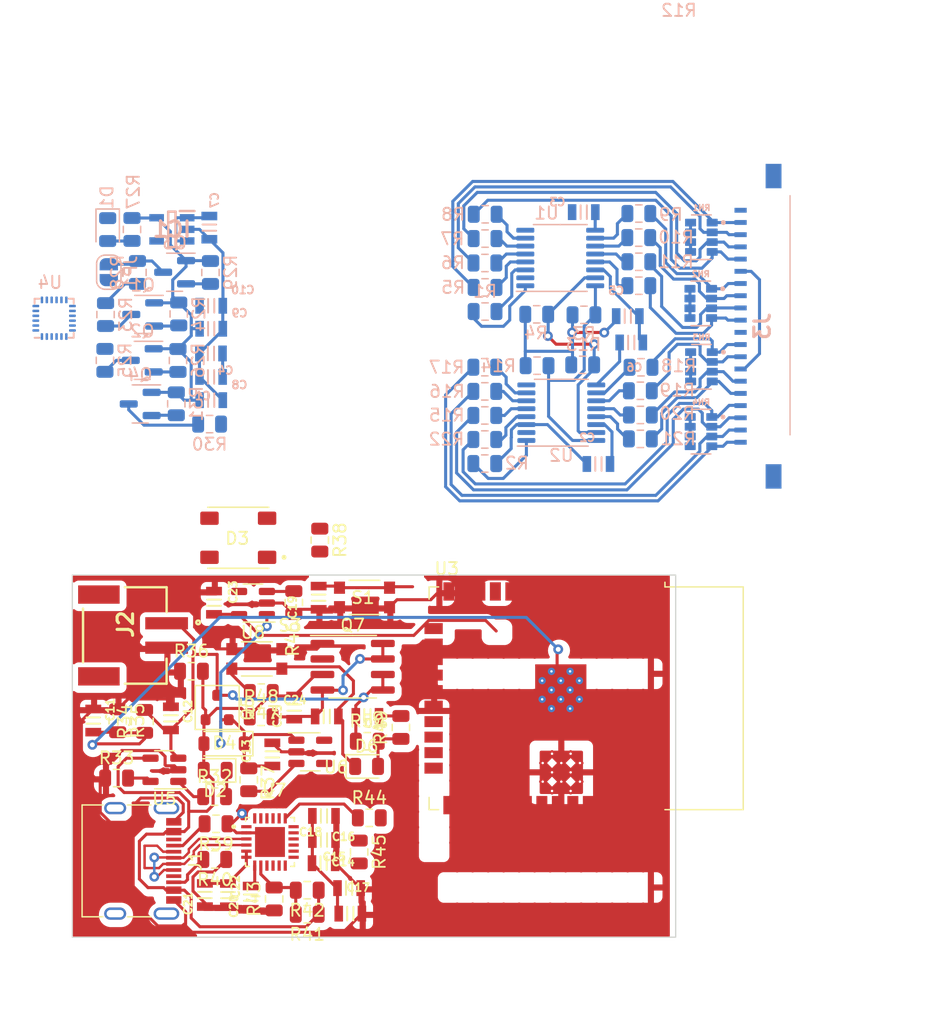
<source format=kicad_pcb>
(kicad_pcb (version 20221018) (generator pcbnew)
  (layers (0 "F.Cu" signal) (31 "B.Cu" signal) (34 "B.Paste" user) (35 "F.Paste" user) (36 "B.SilkS" user "B.Silkscreen") (37 "F.SilkS" user "F.Silkscreen") (38 "B.Mask" user) (39 "F.Mask" user) (44 "Edge.Cuts" user))
  (net 0 "")
  (net 1 "Net-(Q7B-G)")
  (net 2 "Net-(D6-K)")
  (net 3 "VBUS")
  (net 4 "Net-(Q7A-G)")
  (net 5 "+BATT")
  (net 6 "/VHI")
  (net 7 "GND")
  (net 9 "+1V8")
  (net 10 "/SDI{slash}SDA_1.8V")
  (net 11 "/SCK{slash}SCL_1.8V")
  (net 12 "/SDO{slash}ADR_1.8V")
  (net 13 "/SDO{slash}ADR")
  (net 14 "/INT_1.8V")
  (net 15 "/INT")
  (net 16 "/PIN_ENCEDIDO")
  (net 17 "/Reset")
  (net 18 "Net-(U1-IO0)")
  (net 19 "Net-(U1-IO1)")
  (net 20 "Net-(U1-IO2)")
  (net 21 "Net-(U1-IO3)")
  (net 22 "/Vref")
  (net 23 "Net-(U1-V_{LOGIC})")
  (net 24 "Net-(U1-IO4)")
  (net 25 "Net-(U1-IO5)")
  (net 26 "Net-(U1-IO6)")
  (net 27 "Net-(U1-IO7)")
  (net 28 "/SDA")
  (net 29 "/SCL")
  (net 31 "Net-(U2-IO0)")
  (net 32 "Net-(U2-IO1)")
  (net 33 "Net-(U2-IO2)")
  (net 34 "Net-(U2-IO3)")
  (net 35 "Net-(U2-V_{LOGIC})")
  (net 36 "Net-(U2-IO4)")
  (net 37 "Net-(U2-IO5)")
  (net 38 "Net-(U2-IO6)")
  (net 39 "Net-(U2-IO7)")
  (net 40 "+3V3")
  (net 41 "/~{RESET}")
  (net 45 "/A13_I35")
  (net 59 "/NEOPI2C_PWR")
  (net 60 "/GPIO0")
  (net 68 "/RXD0")
  (net 69 "/TXD0")
  (net 78 "/AUX_SCL")
  (net 79 "Net-(U4-REGOUT)")
  (net 80 "/FSYNC")
  (net 86 "/AUX_SDA")
  (net 87 "/CS_1.8V")
  (net 88 "Net-(U5-STAT)")
  (net 89 "Net-(U5-PROG)")
  (net 90 "/EN")
  (net 93 "/V_NEOPI2C")
  (net 94 "Net-(U7-VREGIN)")
  (net 95 "/3.45V")
  (net 96 "/I00_1")
  (net 97 "/I01_1")
  (net 98 "/I02_1")
  (net 99 "/I03_1")
  (net 100 "/I04_1")
  (net 101 "/I05_1")
  (net 102 "/I06_1")
  (net 103 "/I07_1")
  (net 104 "/I01_2")
  (net 105 "/I02_2")
  (net 106 "/I03_2")
  (net 107 "/I04_2")
  (net 108 "/I05_2")
  (net 109 "/I06_2")
  (net 110 "/I07_2")
  (net 111 "/I00_2")
  (net 112 "Net-(D2-K)")
  (net 113 "/CC1")
  (net 114 "/CC2")
  (net 115 "/VBUS_DET")
  (net 116 "/RTS")
  (net 117 "Net-(Q6A-G)")
  (net 118 "/DTR")
  (net 119 "Net-(Q6B-G)")
  (net 120 "/CS")
  (net 122 "/D+")
  (net 123 "/D-")
  (footprint "Package_TO_SOT_SMD:SOT-23-5" (layer "F.Cu") (at 131.8975 154.9 180)
    (fp_text reference "U5")
    (fp_text value "MCP73831-2-OT")
  )
  (footprint "Diode_SMD:D_SOD-123" (layer "F.Cu") (at 136.7875 152.76 180)
    (fp_text reference "D4")
    (fp_text value "MBR540")
  )
  (footprint "PCM_4ms_Capacitor:C_0805" (layer "F.Cu") (at 142.53375 149.80625 90)
    (fp_text reference "C25")
    (fp_text value "0.1uF" hide)
  )
  (footprint "KMR211NGLFS:SW_KMR211NGLFS" (layer "F.Cu") (at 148.29375 140.78625 180)
    (fp_text reference "S1")
    (fp_text value "KMR211NGLFS")
  )
  (footprint "PCM_4ms_Resistor:R_0805_2012Metric" (layer "F.Cu") (at 148.52 152.56)
    (fp_text reference "R50")
    (fp_text value "100K")
  )
  (footprint "PCM_4ms_Resistor:R_0805_2012Metric" (layer "F.Cu") (at 144.63 136.09 -90)
    (fp_text reference "R38")
    (fp_text value "10K")
  )
  (footprint "PCM_4ms_Resistor:R_0805_2012Metric" (layer "F.Cu") (at 148.68375 158.83625)
    (fp_text reference "R44")
    (fp_text value "10K")
  )
  (footprint "PCM_4ms_Capacitor:C_0805" (layer "F.Cu") (at 144.97 160.65)
    (fp_text reference "C15")
    (fp_text value "10uF" hide)
  )
  (footprint "PCM_4ms_Capacitor:C_0805" (layer "F.Cu") (at 132.43 150.69 -90)
    (fp_text reference "C12")
    (fp_text value "10uF" hide)
  )
  (footprint "RF_Module:ESP32-WROOM-32" (layer "F.Cu") (at 163.465 149.045 -90)
    (fp_text reference "U3")
    (fp_text value "ESP32-WROOM-32")
  )
  (footprint "PCM_4ms_Capacitor:C_0805" (layer "F.Cu") (at 148.53 150.49 180)
    (fp_text reference "C26")
    (fp_text value "10uF" hide)
  )
  (footprint "PCM_4ms_Resistor:R_0805_2012Metric" (layer "F.Cu") (at 139.82375 150.56625)
    (fp_text reference "R48")
    (fp_text value "100K")
  )
  (footprint "PCM_4ms_Capacitor:C_0805" (layer "F.Cu") (at 138.97 165.37 90)
    (fp_text reference "C20")
    (fp_text value "0.1uF" hide)
  )
  (footprint "KMR211NGLFS:SW_KMR211NGLFS" (layer "F.Cu") (at 139.47 145.82)
    (fp_text reference "S3")
    (fp_text value "KMR211NGLFS")
  )
  (footprint "PCM_4ms_Capacitor:C_0805" (layer "F.Cu") (at 135.215 165.15375 90)
    (fp_text reference "C21")
    (fp_text value "1uF" hide)
  )
  (footprint "PCM_4ms_Capacitor:C_0805" (layer "F.Cu") (at 147.13 166.68)
    (fp_text reference "C17")
    (fp_text value "10uF" hide)
  )
  (footprint "LED_SMD:LED_0805_2012Metric" (layer "F.Cu") (at 136.06 154.95 180)
    (fp_text reference "D2")
    (fp_text value "LED_ORANGE")
  )
  (footprint "PCM_4ms_Resistor:R_0805_2012Metric" (layer "F.Cu") (at 136.025 162.24375 180)
    (fp_text reference "R40")
    (fp_text value "5K1")
  )
  (footprint "PCM_4ms_Capacitor:C_0805" (layer "F.Cu") (at 135.96125 141.21625 90)
    (fp_text reference "C23")
    (fp_text value "10uF" hide)
  )
  (footprint "Diode_SMD:D_0805_2012Metric" (layer "F.Cu") (at 148.4625 154.625)
    (fp_text reference "D6")
    (fp_text value "D_Small")
  )
  (footprint "PCM_4ms_Capacitor:C_0805" (layer "F.Cu") (at 144.94 162.55)
    (fp_text reference "C16")
    (fp_text value "1uF" hide)
  )
  (footprint "PCM_4ms_Resistor:R_0805_2012Metric" (layer "F.Cu") (at 128.07 150.8875 -90)
    (fp_text reference "R35")
    (fp_text value "200K")
  )
  (footprint "PCM_4ms_Resistor:R_0805_2012Metric" (layer "F.Cu") (at 139.83375 148.57625 180)
    (fp_text reference "R47")
    (fp_text value "10K")
  )
  (footprint "PCM_4ms_Resistor:R_0805_2012Metric" (layer "F.Cu") (at 134.1125 146.83)
    (fp_text reference "R36")
    (fp_text value "100K")
  )
  (footprint "PCM_4ms_Capacitor:C_0805" (layer "F.Cu") (at 140.74 153.64 90)
    (fp_text reference "C13")
    (fp_text value "10uF" hide)
  )
  (footprint "PCM_4ms_Capacitor:C_0805" (layer "F.Cu") (at 126.07 150.8675 90)
    (fp_text reference "C11")
    (fp_text value "1uF" hide)
  )
  (footprint "PCM_4ms_Resistor:R_0805_2012Metric" (layer "F.Cu") (at 147.85375 161.63375 -90)
    (fp_text reference "R45")
    (fp_text value "10K")
  )
  (footprint "PCM_4ms_Resistor:R_0805_2012Metric" (layer "F.Cu") (at 151.275 151.4325 90)
    (fp_text reference "R49")
    (fp_text value "300K")
  )
  (footprint "Package_TO_SOT_SMD:SOT-23-5" (layer "F.Cu") (at 143.85 153.43)
    (fp_text reference "U6")
    (fp_text value "AP2112K-3.3")
  )
  (footprint "JST_PH_2:1769" (layer "F.Cu") (at 132.078 143.9 -90)
    (fp_text reference "J2")
    (fp_text value "1769" hide)
  )
  (footprint "PCM_4ms_Resistor:R_0805_2012Metric" (layer "F.Cu") (at 136.01 157.1)
    (fp_text reference "R32")
    (fp_text value "5K1")
  )
  (footprint "Connector_USB:USB_C_Receptacle_G-Switch_GT-USB-7010ASV" (layer "F.Cu") (at 128.9375 162.36 -90)
    (fp_text reference "J1")
    (fp_text value "USB_C_Receptacle_USB2.0")
  )
  (footprint "PCM_4ms_Resistor:R_0805_2012Metric" (layer "F.Cu") (at 138.81 155.72 90)
    (fp_text reference "R37")
    (fp_text value "100K")
  )
  (footprint "PCM_4ms_Capacitor:C_0805" (layer "F.Cu") (at 147.03 164.59)
    (fp_text reference "C14")
    (fp_text value "10uF" hide)
  )
  (footprint "PCM_4ms_Capacitor:C_0805" (layer "F.Cu") (at 137.105 165.16375 -90)
    (fp_text reference "C22")
    (fp_text value "0.1uF" hide)
  )
  (footprint "CP2102N-A02-GQFN24R:QFN50P400X400X80-25N" (layer "F.Cu") (at 140.5475 160.81375)
    (fp_text reference "U7")
    (fp_text value "CP2102N-A02-GQFN24R")
  )
  (footprint "PCM_4ms_Resistor:R_0805_2012Metric" (layer "F.Cu") (at 130.27 150.9375 90)
    (fp_text reference "R34")
    (fp_text value "200K")
  )
  (footprint "PCM_4ms_Capacitor:C_0805" (layer "F.Cu") (at 144.53375 140.80625 -90)
    (fp_text reference "C19")
    (fp_text value "1uF" hide)
  )
  (footprint "PCM_4ms_Resistor:R_0805_2012Metric" (layer "F.Cu") (at 136.1275 159.32375 180)
    (fp_text reference "R39")
    (fp_text value "5K1")
  )
  (footprint "NeoPixel_2758:SOL320P540X170-4N" (layer "F.Cu") (at 137.95 135.9 180)
    (fp_text reference "D3")
    (fp_text value "2758")
  )
  (footprint "PCM_4ms_Resistor:R_0805_2012Metric" (layer "F.Cu") (at 140.89 165.48 90)
    (fp_text reference "R43")
    (fp_text value "47K")
  )
  (footprint "PCM_4ms_Resistor:R_0805_2012Metric" (layer "F.Cu") (at 143.6 164.76 180)
    (fp_text reference "R42")
    (fp_text value "47K")
  )
  (footprint "PCM_4ms_Resistor:R_0805_2012Metric" (layer "F.Cu") (at 142.50125 141.20625 90)
    (fp_text reference "R46")
    (fp_text value "10K")
  )
  (footprint "PCM_4ms_Capacitor:C_0805" (layer "F.Cu") (at 145.2 150.53)
    (fp_text reference "C24")
    (fp_text value "1uF" hide)
  )
  (footprint "PCM_4ms_Capacitor:C_0805" (layer "F.Cu") (at 144.97 158.68)
    (fp_text reference "C18")
    (fp_text value "10uF" hide)
  )
  (footprint "Package_TO_SOT_SMD:SOT-23-5" (layer "F.Cu") (at 139.15375 141.24625 180)
    (fp_text reference "U8")
    (fp_text value "AP2112K-3.3")
  )
  (footprint "PCM_4ms_Resistor:R_0805_2012Metric" (layer "F.Cu") (at 143.5975 166.73 180)
    (fp_text reference "R41")
    (fp_text value "47K")
  )
  (footprint "PCM_Package_TO_SOT_SMD_AKL:SOT-23" (layer "F.Cu") (at 136.22 149.8 90)
    (fp_text reference "Q5")
    (fp_text value "DMG3415U" hide)
  )
  (footprint "PCM_4ms_Resistor:R_0805_2012Metric" (layer "F.Cu") (at 127.98 155.58)
    (fp_text reference "R33")
    (fp_text value "5K1")
  )
  (footprint "Package_SO:SOIC-8_3.9x4.9mm_P1.27mm" (layer "F.Cu") (at 147.32 146.46)
    (fp_text reference "Q7")
    (fp_text value "IRF7343PBF")
  )
  (footprint "Package_SO:TSSOP-16_4.4x5mm_P0.65mm" (layer "B.Cu") (at 164.42 125.65625)
    (fp_text reference "U2")
    (fp_text value "AD5593R")
  )
  (footprint "Package_TO_SOT_SMD:SOT-23" (layer "B.Cu") (at 132.7325 114.1525 180)
    (fp_text reference "Q3")
    (fp_text value "BSS138")
  )
  (footprint "PCM_4ms_Capacitor:C_0805" (layer "B.Cu") (at 135.73 116.9)
    (fp_text reference "C10")
    (fp_text value "0.1uF" hide)
  )
  (footprint "PCM_4ms_Resistor:R_0805_2012Metric" (layer "B.Cu") (at 135.6 126.59)
    (fp_text reference "R30")
    (fp_text value "10K")
  )
  (footprint "TC164-FR-07270KL:RESCAV80P320X160X70-8N" (layer "B.Cu") (at 175.865 127.20625 180)
    (fp_text reference "RN4")
    (fp_text value "TC164-FR-07270KL")
  )
  (footprint "PCM_4ms_Capacitor:C_0805" (layer "B.Cu") (at 169.865 117.75125)
    (fp_text reference "C5")
    (fp_text value "0.1uF" hide)
  )
  (footprint "MIC5225-1.8YM5-TR:SOT95P280X130-5N" (layer "B.Cu") (at 132.51 110.64 180)
    (fp_text reference "IC1")
    (fp_text value "MIC5225-1.8YM5-TR" hide)
  )
  (footprint "200528-0200:2005280200" (layer "B.Cu") (at 181.135 118.57625 -90)
    (fp_text reference "J3")
    (fp_text value "200528-0200 PI" hide)
  )
  (footprint "TC164-FR-07270KL:RESCAV80P320X160X70-8N" (layer "B.Cu") (at 175.895 111.28625 180)
    (fp_text reference "RN1")
    (fp_text value "TC164-FR-07270KL")
  )
  (footprint "PCM_4ms_Resistor:R_0805_2012Metric" (layer "B.Cu") (at 162.405 117.60125)
    (fp_text reference "R4")
    (fp_text value "10K")
  )
  (footprint "PCM_4ms_Resistor:R_0805_2012Metric" (layer "B.Cu") (at 127.02375 121.37 90)
    (fp_text reference "R25")
    (fp_text value "10K")
  )
  (footprint "PCM_4ms_Capacitor:C_0805" (layer "B.Cu") (at 167.46 129.85625)
    (fp_text reference "C2")
    (fp_text value "0.1uF" hide)
  )
  (footprint "Package_TO_SOT_SMD:SOT-23" (layer "B.Cu") (at 130.12125 117.61 180)
    (fp_text reference "Q1")
    (fp_text value "BSS138")
  )
  (footprint "PCM_4ms_Capacitor:C_0805" (layer "B.Cu") (at 135.58 110.5 -90)
    (fp_text reference "C7")
    (fp_text value "10uF" hide)
  )
  (footprint "Package_SO:TSSOP-16_4.4x5mm_P0.65mm" (layer "B.Cu") (at 164.3325 112.98625)
    (fp_text reference "U1")
    (fp_text value "AD5593R")
  )
  (footprint "PCM_4ms_Resistor:R_0805_2012Metric" (layer "B.Cu") (at 158.16 113.39625 180)
    (fp_text reference "R6")
    (fp_text value "0Ω")
  )
  (footprint "PCM_4ms_Resistor:R_0805_2012Metric" (layer "B.Cu") (at 127.07375 117.62 90)
    (fp_text reference "R23")
    (fp_text value "10K")
  )
  (footprint "PCM_4ms_Resistor:R_0805_2012Metric" (layer "B.Cu") (at 129.24 110.65 -90)
    (fp_text reference "R27")
    (fp_text value "10K")
  )
  (footprint "PCM_4ms_Resistor:R_0805_2012Metric" (layer "B.Cu") (at 158.15 125.88125 180)
    (fp_text reference "R15")
    (fp_text value "0Ω")
  )
  (footprint "PCM_4ms_Capacitor:C_0805" (layer "B.Cu") (at 170.15 119.90625 180)
    (fp_text reference "C6")
    (fp_text value "0.1uF" hide)
  )
  (footprint "PCM_4ms_Resistor:R_0805_2012Metric" (layer "B.Cu") (at 170.765 111.31625)
    (fp_text reference "R10")
    (fp_text value "0Ω")
  )
  (footprint "PCM_4ms_Resistor:R_0805_2012Metric" (layer "B.Cu") (at 166.17 121.73625)
    (fp_text reference "R13")
    (fp_text value "10K")
  )
  (footprint "PCM_4ms_Capacitor:C_0805" (layer "B.Cu") (at 135.73 124.63)
    (fp_text reference "C8")
    (fp_text value "10uF" hide)
  )
  (footprint "Diode_SMD:D_0805_2012Metric" (layer "B.Cu") (at 127.25 110.66 -90)
    (fp_text reference "D1")
    (fp_text value "D_Small")
  )
  (footprint "Jumper:SolderJumper-2_P1.3mm_Open_RoundedPad1.0x1.5mm" (layer "B.Cu") (at 127.34 114.15 90)
    (fp_text reference "JP1")
    (fp_text value "SolderJumper_2_Open")
  )
  (footprint "Package_TO_SOT_SMD:SOT-23" (layer "B.Cu") (at 130.07875 121.37 180)
    (fp_text reference "Q2")
    (fp_text value "BSS138")
  )
  (footprint "TC164-FR-07270KL:RESCAV80P320X160X70-8N" (layer "B.Cu") (at 175.9 121.89625 180)
    (fp_text reference "RN3")
    (fp_text value "TC164-FR-07270KL")
  )
  (footprint "PCM_4ms_Resistor:R_0805_2012Metric" (layer "B.Cu") (at 170.7725 109.34625)
    (fp_text reference "R9")
    (fp_text value "0Ω")
  )
  (footprint "PCM_4ms_Resistor:R_0805_2012Metric" (layer "B.Cu") (at 158.17 117.37125 180)
    (fp_text reference "R1")
    (fp_text value "10K")
  )
  (footprint "Sensor_Motion:InvenSense_QFN-24_3x3mm_P0.4mm" (layer "B.Cu") (at 122.86 117.92)
    (fp_text reference "U4")
    (fp_text value "ICM-20948")
  )
  (footprint "PCM_4ms_Capacitor:C_0805" (layer "B.Cu") (at 135.73 118.78)
    (fp_text reference "C9")
    (fp_text value "10uF" hide)
  )
  (footprint "PCM_4ms_Resistor:R_0805_2012Metric" (layer "B.Cu") (at 158.15 127.85125 180)
    (fp_text reference "R22")
    (fp_text value "0Ω")
  )
  (footprint "PCM_4ms_Resistor:R_0805_2012Metric" (layer "B.Cu") (at 166.275 117.64125)
    (fp_text reference "R3")
    (fp_text value "10K")
  )
  (footprint "PCM_4ms_Resistor:R_0805_2012Metric" (layer "B.Cu") (at 132.87125 124.9275 90)
    (fp_text reference "R31")
    (fp_text value "10K")
  )
  (footprint "TC164-FR-07270KL:RESCAV80P320X160X70-8N" (layer "B.Cu") (at 175.845 116.70625 180)
    (fp_text reference "RN2")
    (fp_text value "TC164-FR-07270KL")
  )
  (footprint "PCM_4ms_Resistor:R_0805_2012Metric" (layer "B.Cu") (at 158.15 123.91125 180)
    (fp_text reference "R16")
    (fp_text value "0Ω")
  )
  (footprint "PCM_4ms_Resistor:R_0805_2012Metric" (layer "B.Cu") (at 129.69 114.17 -90)
    (fp_text reference "R28")
    (fp_text value "10K")
  )
  (footprint "PCM_4ms_Resistor:R_0805_2012Metric" (layer "B.Cu") (at 158.18 109.40625 180)
    (fp_text reference "R8")
    (fp_text value "0Ω")
  )
  (footprint "PCM_4ms_Resistor:R_0805_2012Metric" (layer "B.Cu") (at 170.895 125.84125)
    (fp_text reference "R20")
    (fp_text value "0Ω")
  )
  (footprint "PCM_4ms_Resistor:R_0805_2012Metric" (layer "B.Cu") (at 170.7725 113.29625)
    (fp_text reference "R11")
    (fp_text value "0Ω")
  )
  (footprint "Package_TO_SOT_SMD:SOT-23" (layer "B.Cu") (at 129.91125 124.94 180)
    (fp_text reference "Q4")
    (fp_text value "BSS138")
  )
  (footprint "PCM_4ms_Resistor:R_0805_2012Metric" (layer "B.Cu") (at 170.895 123.86125)
    (fp_text reference "R19")
    (fp_text value "0Ω")
  )
  (footprint "PCM_4ms_Capacitor:C_0805" (layer "B.Cu") (at 166.255 109.23125)
    (fp_text reference "C3")
    (fp_text value "0.1uF" hide)
  )
  (footprint "PCM_4ms_Resistor:R_0805_2012Metric" (layer "B.Cu") (at 170.7725 115.25625)
    (fp_text reference "R12")
    (fp_text value "0Ω")
  )
  (footprint "PCM_4ms_Resistor:R_0805_2012Metric" (layer "B.Cu") (at 158.17 111.39625 180)
    (fp_text reference "R7")
    (fp_text value "0Ω")
  )
  (footprint "PCM_4ms_Resistor:R_0805_2012Metric" (layer "B.Cu") (at 158.1475 129.82125 180)
    (fp_text reference "R2")
    (fp_text value "10K")
  )
  (footprint "PCM_4ms_Capacitor:C_0805" (layer "B.Cu") (at 135.72 122.725)
    (fp_text reference "C1")
    (fp_text value "0.1uF" hide)
  )
  (footprint "PCM_4ms_Resistor:R_0805_2012Metric" (layer "B.Cu") (at 170.9475 121.93625)
    (fp_text reference "R18")
    (fp_text value "0Ω")
  )
  (footprint "PCM_4ms_Resistor:R_0805_2012Metric" (layer "B.Cu") (at 133.00875 121.38 90)
    (fp_text reference "R26")
    (fp_text value "10K")
  )
  (footprint "PCM_4ms_Resistor:R_0805_2012Metric" (layer "B.Cu") (at 162.4325 121.80625)
    (fp_text reference "R14")
    (fp_text value "10K")
  )
  (footprint "PCM_4ms_Capacitor:C_0805" (layer "B.Cu") (at 135.71 120.805)
    (fp_text reference "C4")
    (fp_text value "0.1uF" hide)
  )
  (footprint "PCM_4ms_Resistor:R_0805_2012Metric" (layer "B.Cu") (at 170.895 127.80125)
    (fp_text reference "R21")
    (fp_text value "0Ω")
  )
  (footprint "PCM_4ms_Resistor:R_0805_2012Metric" (layer "B.Cu") (at 158.15 121.93125 180)
    (fp_text reference "R17")
    (fp_text value "0Ω")
  )
  (footprint "PCM_4ms_Resistor:R_0805_2012Metric" (layer "B.Cu") (at 133.07125 117.57 90)
    (fp_text reference "R24")
    (fp_text value "10K")
  )
  (footprint "PCM_4ms_Resistor:R_0805_2012Metric" (layer "B.Cu") (at 135.67 114.1725 90)
    (fp_text reference "R29")
    (fp_text value "10K")
  )
  (footprint "PCM_4ms_Resistor:R_0805_2012Metric" (layer "B.Cu") (at 158.17 115.39625 180)
    (fp_text reference "R5")
    (fp_text value "0Ω")
  )
  (gr_rect (start 124.35 138.95) (end 173.79 168.61) (stroke (width 0.1)) (fill none) (layer "Edge.Cuts"))
  (segment (start 146.53375 148.38625) (end 144.86625 148.38625) (width 0.25) (layer "F.Cu") (net 1))
  (segment (start 144.25 150.53) (end 142.76 150.53) (width 0.25) (layer "F.Cu") (net 1))
  (segment (start 149.795 144.555) (end 149.795 145.825) (width 0.25) (layer "F.Cu") (net 1))
  (segment (start 142.76 150.53) (end 142.53375 150.75625) (width 0.25) (layer "F.Cu") (net 1))
  (segment (start 142.34375 150.56625) (end 142.53375 150.75625) (width 0.25) (layer "F.Cu") (net 1))
  (segment (start 144.845 149.935) (end 144.25 150.53) (width 0.25) (layer "F.Cu") (net 1))
  (segment (start 147.92375 145.81625) (end 147.9325 145.825) (width 0.25) (layer "F.Cu") (net 1))
  (segment (start 147.9325 145.825) (end 149.795 145.825) (width 0.25) (layer "F.Cu") (net 1))
  (segment (start 140.76125 150.56625) (end 142.34375 150.56625) (width 0.25) (layer "F.Cu") (net 1))
  (segment (start 144.86625 148.38625) (end 144.845 148.365) (width 0.25) (layer "F.Cu") (net 1))
  (segment (start 144.845 148.365) (end 144.845 149.935) (width 0.25) (layer "F.Cu") (net 1))
  (via (at 147.92375 145.81625) (size 0.8) (drill 0.4) (layers "F.Cu" "B.Cu") (net 1))
  (via (at 146.53375 148.38625) (size 0.8) (drill 0.4) (layers "F.Cu" "B.Cu") (net 1))
  (segment (start 146.53375 147.20625) (end 147.92375 145.81625) (width 0.25) (layer "B.Cu") (net 1))
  (segment (start 146.53375 148.38625) (end 146.53375 147.20625) (width 0.25) (layer "B.Cu") (net 1))
  (segment (start 146.15 150.53) (end 146.51 150.89) (width 0.25) (layer "F.Cu") (net 2))
  (segment (start 146.15 149.913604) (end 146.15 150.53) (width 0.25) (layer "F.Cu") (net 2))
  (segment (start 137.42 146.62) (end 141.52 146.62) (width 0.25) (layer "F.Cu") (net 2))
  (segment (start 138.89625 148.57625) (end 137.42 147.1) (width 0.25) (layer "F.Cu") (net 2))
  (segment (start 146.51 150.89) (end 146.51 153.61) (width 0.25) (layer "F.Cu") (net 2))
  (segment (start 147.38375 147.61625) (end 147.38375 148.679854) (width 0.25) (layer "F.Cu") (net 2))
  (segment (start 137.42 147.1) (end 137.42 146.62) (width 0.25) (layer "F.Cu") (net 2))
  (segment (start 146.2375 146.47) (end 147.38375 147.61625) (width 0.25) (layer "F.Cu") (net 2))
  (segment (start 141.67 146.47) (end 146.2375 146.47) (width 0.25) (layer "F.Cu") (net 2))
  (segment (start 147.38375 148.679854) (end 146.15 149.913604) (width 0.25) (layer "F.Cu") (net 2))
  (segment (start 146.51 153.61) (end 147.525 154.625) (width 0.25) (layer "F.Cu") (net 2))
  (segment (start 141.52 146.62) (end 141.67 146.47) (width 0.25) (layer "F.Cu") (net 2))
  (segment (start 129.8475 163.85) (end 129.8475 160.75) (width 0.25) (layer "F.Cu") (net 3))
  (segment (start 142.53375 148.85625) (end 141.05125 148.85625) (width 0.25) (layer "F.Cu") (net 3))
  (segment (start 135.1225 152.775) (end 135.1375 152.76) (width 0.25) (layer "F.Cu") (net 3))
  (segment (start 133.8875 157.511878) (end 133.8875 159.605) (width 0.25) (layer "F.Cu") (net 3))
  (segment (start 138.88625 150.46125) (end 140.77125 148.57625) (width 0.25) (layer "F.Cu") (net 3))
  (segment (start 133.140622 156.765) (end 133.8875 157.511878) (width 0.25) (layer "F.Cu") (net 3))
  (segment (start 134.09 165.3175) (end 133.5325 164.76) (width 0.25) (layer "F.Cu") (net 3))
  (segment (start 144.535 166.73) (end 144.535 164.7625) (width 0.25) (layer "F.Cu") (net 3))
  (segment (start 135.05 146.83) (end 135.05 149.8) (width 0.25) (layer "F.Cu") (net 3))
  (segment (start 130.5475 164.55) (end 129.8475 163.85) (width 0.25) (layer "F.Cu") (net 3))
  (segment (start 140.77125 148.57625) (end 140.77125 148.68125) (width 0.25) (layer "F.Cu") (net 3))
  (segment (start 128.793166 153.95) (end 128.105 154.638166) (width 0.25) (layer "F.Cu") (net 3))
  (segment (start 135.275 150.025) (end 135.27 150.03) (width 0.25) (layer "F.Cu") (net 3))
  (segment (start 128.595 156.765) (end 133.140622 156.765) (width 0.25) (layer "F.Cu") (net 3))
  (segment (start 144.535 166.73) (end 143.51 167.755) (width 0.25) (layer "F.Cu") (net 3))
  (segment (start 138.88625 150.56625) (end 138.88625 150.46125) (width 0.25) (layer "F.Cu") (net 3))
  (segment (start 144.535 164.7625) (end 144.5375 164.76) (width 0.25) (layer "F.Cu") (net 3))
  (segment (start 135.1375 152.76) (end 135.1375 150.9325) (width 0.25) (layer "F.Cu") (net 3))
  (segment (start 136.19375 149.87625) (end 138.19625 149.87625) (width 0.25) (layer "F.Cu") (net 3))
  (segment (start 133.5325 159.96) (end 132.6625 159.96) (width 0.25) (layer "F.Cu") (net 3))
  (segment (start 135.885 157.791834) (end 135.378084 158.29875) (width 0.25) (layer "F.Cu") (net 3))
  (segment (start 131.832449 160.17) (end 132.042449 159.96) (width 0.25) (layer "F.Cu") (net 3))
  (segment (start 141.05125 148.85625) (end 140.77125 148.57625) (width 0.25) (layer "F.Cu") (net 3))
  (segment (start 135.1375 150.9325) (end 135.27 150.8) (width 0.25) (layer "F.Cu") (net 3))
  (segment (start 143.51 167.755) (end 134.805 167.755) (width 0.25) (layer "F.Cu") (net 3))
  (segment (start 133.925 158.29875) (end 133.8875 158.33625) (width 0.25) (layer "F.Cu") (net 3))
  (segment (start 132.042449 159.96) (end 132.6625 159.96) (width 0.25) (layer "F.Cu") (net 3))
  (segment (start 131.832449 164.55) (end 130.5475 164.55) (width 0.25) (layer "F.Cu") (net 3))
  (segment (start 133.8875 159.605) (end 133.5325 159.96) (width 0.25) (layer "F.Cu") (net 3))
  (segment (start 135.1225 154.95) (end 135.885 155.7125) (width 0.25) (layer "F.Cu") (net 3))
  (segment (start 132.6625 164.76) (end 132.042449 164.76) (width 0.25) (layer "F.Cu") (net 3))
  (segment (start 135.378084 158.29875) (end 133.925 158.29875) (width 0.25) (layer "F.Cu") (net 3))
  (segment (start 135.05 149.8) (end 135.275 150.025) (width 0.25) (layer "F.Cu") (net 3))
  (segment (start 138.19625 149.87625) (end 138.88625 150.56625) (width 0.25) (layer "F.Cu") (net 3))
  (segment (start 135.885 155.7125) (end 135.885 157.791834) (width 0.25) (layer "F.Cu") (net 3))
  (segment (start 135.1225 154.95) (end 135.1225 152.775) (width 0.25) (layer "F.Cu") (net 3))
  (segment (start 128.105 154.638166) (end 128.105 156.275) (width 0.25) (layer "F.Cu") (net 3))
  (segment (start 130.76 153.95) (end 128.793166 153.95) (width 0.25) (layer "F.Cu") (net 3))
  (segment (start 129.8475 160.75) (end 130.4275 160.17) (width 0.25) (layer "F.Cu") (net 3))
  (segment (start 133.5325 164.76) (end 132.6625 164.76) (width 0.25) (layer "F.Cu") (net 3))
  (segment (start 132.042449 164.76) (end 131.832449 164.55) (width 0.25) (layer "F.Cu") (net 3))
  (segment (start 135.27 150.8) (end 136.19375 149.87625) (width 0.25) (layer "F.Cu") (net 3))
  (segment (start 134.09 167.04) (end 134.09 165.3175) (width 0.25) (layer "F.Cu") (net 3))
  (segment (start 135.27 150.03) (end 135.27 150.8) (width 0.25) (layer "F.Cu") (net 3))
  (segment (start 144.845 147.095) (end 144.295 147.095) (width 0.25) (layer "F.Cu") (net 3))
  (segment (start 144.295 147.095) (end 142.53375 148.85625) (width 0.25) (layer "F.Cu") (net 3))
  (segment (start 134.805 167.755) (end 134.09 167.04) (width 0.25) (layer "F.Cu") (net 3))
  (segment (start 128.105 156.275) (end 128.595 156.765) (width 0.25) (layer "F.Cu") (net 3))
  (segment (start 130.4275 160.17) (end 131.832449 160.17) (width 0.25) (layer "F.Cu") (net 3))
  (segment (start 151.27 150.49) (end 151.275 150.495) (width 0.25) (layer "F.Cu") (net 4))
  (segment (start 149.48 150.49) (end 151.27 150.49) (width 0.25) (layer "F.Cu") (net 4))
  (segment (start 133.035 153.95) (end 132.43 153.345) (width 0.25) (layer "F.Cu") (net 5))
  (segment (start 147.58 149.64) (end 147.58 150.49) (width 0.25) (layer "F.Cu") (net 5))
  (segment (start 132.43 151.64) (end 131.91 151.64) (width 0.25) (layer "F.Cu") (net 5))
  (segment (start 137.49375 148.78625) (end 137.48 148.8) (width 0.25) (layer "F.Cu") (net 5))
  (segment (start 149.795 147.095) (end 149.795 148.365) (width 0.25) (layer "F.Cu") (net 5))
  (segment (start 134.31 145.45) (end 136.22 145.45) (width 0.25) (layer "F.Cu") (net 5))
  (segment (start 132.43 151.64) (end 134.2375 149.8325) (width 0.25) (layer "F.Cu") (net 5))
  (segment (start 132.43 153.345) (end 132.43 151.64) (width 0.25) (layer "F.Cu") (net 5))
  (segment (start 149.795 148.365) (end 148.855 148.365) (width 0.25) (layer "F.Cu") (net 5))
  (segment (start 131.91 151.64) (end 130.27 150) (width 0.25) (layer "F.Cu") (net 5))
  (segment (start 134.31 145.45) (end 134.31 144.232) (width 0.25) (layer "F.Cu") (net 5))
  (segment (start 148.855 148.365) (end 147.58 149.64) (width 0.25) (layer "F.Cu") (net 5))
  (segment (start 147.5825 152.56) (end 147.5825 150.4925) (width 0.25) (layer "F.Cu") (net 5))
  (segment (start 134.2375 149.8325) (end 134.2375 145.5225) (width 0.25) (layer "F.Cu") (net 5))
  (segment (start 134.31 144.232) (end 132.978 142.9) (width 0.25) (layer "F.Cu") (net 5))
  (segment (start 136.22 148.8) (end 136.22 145.45) (width 0.25) (layer "F.Cu") (net 5))
  (segment (start 147.5825 150.4925) (end 147.58 150.49) (width 0.25) (layer "F.Cu") (net 5))
  (segment (start 134.2375 145.5225) (end 134.31 145.45) (width 0.25) (layer "F.Cu") (net 5))
  (segment (start 137.48 148.8) (end 136.22 148.8) (width 0.25) (layer "F.Cu") (net 5))
  (segment (start 137.49375 148.78625) (end 137.48375 148.79625) (width 0.25) (layer "F.Cu") (net 5))
  (segment (start 137.48375 148.79625) (end 137.23375 148.79625) (width 0.25) (layer "F.Cu") (net 5))
  (segment (start 132.978 142.9) (end 132.078 142.9) (width 0.25) (layer "F.Cu") (net 5))
  (via (at 148.22375 148.97625) (size 0.8) (drill 0.4) (layers "F.Cu" "B.Cu") (net 5))
  (via (at 137.49375 148.78625) (size 0.8) (drill 0.4) (layers "F.Cu" "B.Cu") (net 5))
  (segment (start 137.81875 149.11125) (end 148.08875 149.11125) (width 0.25) (layer "B.Cu") (net 5))
  (segment (start 137.49375 148.78625) (end 137.81875 149.11125) (width 0.25) (layer "B.Cu") (net 5))
  (segment (start 148.08875 149.11125) (end 148.22375 148.97625) (width 0.25) (layer "B.Cu") (net 5))
  (segment (start 140.29125 142.19625) (end 140.29125 143.14375) (width 0.25) (layer "F.Cu") (net 6))
  (segment (start 138.4375 154.41) (end 138.81 154.7825) (width 0.25) (layer "F.Cu") (net 6))
  (segment (start 140.29125 143.14375) (end 140.29375 143.14625) (width 0.25) (layer "F.Cu") (net 6))
  (segment (start 139.1825 152.015) (end 142.2475 152.015) (width 0.25) (layer "F.Cu") (net 6))
  (segment (start 136.64 150.8) (end 137.17 150.8) (width 0.25) (layer "F.Cu") (net 6))
  (segment (start 138.4375 151.76) (end 137.4775 150.8) (width 0.25) (layer "F.Cu") (net 6))
  (segment (start 136.51375 150.92625) (end 136.64 150.8) (width 0.25) (layer "F.Cu") (net 6))
  (segment (start 136.51375 152.73625) (end 136.51375 150.92625) (width 0.25) (layer "F.Cu") (net 6))
  (segment (start 142.2475 152.015) (end 142.7125 152.48) (width 0.25) (layer "F.Cu") (net 6))
  (segment (start 138.4375 152.76) (end 138.4375 151.76) (width 0.25) (layer "F.Cu") (net 6))
  (segment (start 137.4775 150.8) (end 137.17 150.8) (width 0.25) (layer "F.Cu") (net 6))
  (segment (start 138.4375 152.76) (end 138.4375 154.41) (width 0.25) (layer "F.Cu") (net 6))
  (segment (start 140.74 154.59) (end 139.0025 154.59) (width 0.25) (layer "F.Cu") (net 6))
  (segment (start 138.4375 152.76) (end 139.1825 152.015) (width 0.25) (layer "F.Cu") (net 6))
  (segment (start 139.0025 154.59) (end 138.81 154.7825) (width 0.25) (layer "F.Cu") (net 6))
  (via (at 140.29375 143.14625) (size 0.8) (drill 0.4) (layers "F.Cu" "B.Cu") (net 6))
  (via (at 136.51375 152.73625) (size 0.8) (drill 0.4) (layers "F.Cu" "B.Cu") (net 6))
  (segment (start 136.51375 146.92625) (end 140.29375 143.14625) (width 0.25) (layer "B.Cu") (net 6))
  (segment (start 136.51375 152.73625) (end 136.51375 146.92625) (width 0.25) (layer "B.Cu") (net 6))
  (segment (start 131.95375 154.503001) (end 131.95375 153.809499) (width 0.25) (layer "F.Cu") (net 7))
  (segment (start 134.1375 168.205) (end 133.63375 167.70125) (width 0.25) (layer "F.Cu") (net 7))
  (segment (start 137.42 145.02) (end 137.4 145) (width 0.25) (layer "F.Cu") (net 7))
  (segment (start 129.3375 165.671726) (end 131.355774 167.69) (width 0.25) (layer "F.Cu") (net 7))
  (segment (start 130.05375 141.78625) (end 129.60375 142.23625) (width 0.25) (layer "F.Cu") (net 7))
  (segment (start 127.455774 159.2) (end 126.6375 158.381726) (width 0.25) (layer "F.Cu") (net 7))
  (segment (start 132.148 146.73) (end 132.148 149.1) (width 0.25) (layer "F.Cu") (net 7))
  (segment (start 137.105 166.11375) (end 138.76375 166.11375) (width 0.25) (layer "F.Cu") (net 7))
  (segment (start 132.148 149.1) (end 128.92 149.1) (width 0.25) (layer "F.Cu") (net 7))
  (segment (start 125.095 150.8925) (end 125.095 154.455) (width 0.25) (layer "F.Cu") (net 7))
  (segment (start 132.43 149.74) (end 132.148 149.458) (width 0.25) (layer "F.Cu") (net 7))
  (segment (start 144.38 145.02) (end 141.52 145.02) (width 0.25) (layer "F.Cu") (net 7))
  (segment (start 141.60375 141.24625) (end 140.29125 141.24625) (width 0.25) (layer "F.Cu") (net 7))
  (segment (start 137.115 166.12375) (end 137.105 166.11375) (width 0.25) (layer "F.Cu") (net 7))
  (segment (start 145.89 162.55) (end 147.93 164.59) (width 0.25) (layer "F.Cu") (net 7))
  (segment (start 129.3375 157.8325) (end 129.3375 159.2) (width 0.25) (layer "F.Cu") (net 7))
  (segment (start 134.239448 164.830552) (end 135.215 165.806104) (width 0.25) (layer "F.Cu") (net 7))
  (segment (start 137.065 159.32375) (end 137.40625 159.32375) (width 0.25) (layer "F.Cu") (net 7))
  (segment (start 126.07 149.9175) (end 128.0375 149.9175) (width 0.25) (layer "F.Cu") (net 7))
  (segment (start 142.88875 141.75625) (end 142.50125 142.14375) (width 0.25) (layer "F.Cu") (net 7))
  (segment (start 133.89375 141.78625) (end 130.05375 141.78625) (width 0.25) (layer "F.Cu") (net 7))
  (segment (start 139.0675 166.4175) (end 138.97 166.32) (width 0.25) (layer "F.Cu") (net 7))
  (segment (start 138.6125 160.06375) (end 139.7975 160.06375) (width 0.25) (layer "F.Cu") (net 7))
  (segment (start 132.6625 165.56) (end 133.63375 166.53125) (width 0.25) (layer "F.Cu") (net 7))
  (segment (start 140.89 166.4175) (end 139.0675 166.4175) (width 0.25) (layer "F.Cu") (net 7))
  (segment (start 125.095 154.455) (end 126.22 155.58) (width 0.25) (layer "F.Cu") (net 7))
  (segment (start 146.07375 141.75625) (end 146.24375 141.58625) (width 0.25) (layer "F.Cu") (net 7))
  (segment (start 135.215 166.10375) (end 137.095 166.10375) (width 0.25) (layer "F.Cu") (net 7))
  (segment (start 146.24375 141.58625) (end 150.34375 141.58625) (width 0.25) (layer "F.Cu") (net 7))
  (segment (start 137.805 160.06375) (end 138.6125 160.06375) (width 0.25) (layer "F.Cu") (net 7))
  (segment (start 134.64875 163.26875) (end 134.239448 163.678052) (width 0.25) (layer "F.Cu") (net 7))
  (segment (start 147.93 164.59) (end 147.98 164.59) (width 0.25) (layer "F.Cu") (net 7))
  (segment (start 131.469251 153.325) (end 128.405 153.325) (width 0.25) (layer "F.Cu") (net 7))
  (segment (start 145.92 160.65) (end 145.92 162.52) (width 0.25) (layer "F.Cu") (net 7))
  (segment (start 141.52 145.02) (end 137.42 145.02) (width 0.25) (layer "F.Cu") (net 7))
  (segment (start 135.215 165.806104) (end 135.215 166.10375) (width 0.25) (layer "F.Cu") (net 7))
  (segment (start 129.3375 159.2) (end 129.3375 165.671726) (width 0.25) (layer "F.Cu") (net 7))
  (segment (start 142.50125 142.14375) (end 141.60375 141.24625) (width 0.25) (layer "F.Cu") (net 7))
  (segment (start 129.955 157.215) (end 129.3375 157.8325) (width 0.25) (layer "F.Cu") (net 7))
  (segment (start 128.405 153.325) (end 127.0425 154.6875) (width 0.25) (layer "F.Cu") (net 7))
  (segment (start 139.7975 160.06375) (end 140.5475 160.81375) (width 0.25) (layer "F.Cu") (net 7))
  (segment (start 132.6625 159.16) (end 133.4375 158.385) (width 0.25) (layer "F.Cu") (net 7))
  (segment (start 132.2525 149.74) (end 132.43 149.74) (width 0.25) (layer "F.Cu") (net 7))
  (segment (start 130.1075 144.9) (end 132.078 144.9) (width 0.25) (layer "F.Cu") (net 7))
  (segment (start 129.60375 144.39625) (end 130.1075 144.9) (width 0.25) (layer "F.Cu") (net 7))
  (segment (start 138.76375 166.11375) (end 138.97 166.32) (width 0.25) (layer "F.Cu") (net 7))
  (segment (start 137.095 166.10375) (end 137.105 166.11375) (width 0.25) (layer "F.Cu") (net 7))
  (segment (start 134.37375 143.21625) (end 134.37375 142.26625) (width 0.25) (layer "F.Cu") (net 7))
  (segment (start 132.148 145.43) (end 132.148 146.73) (width 0.25) (layer "F.Cu") (net 7))
  (segment (start 134.37375 142.26625) (end 133.89375 141.78625) (width 0.25) (layer "F.Cu") (net 7))
  (segment (start 145.92 158.68) (end 145.92 160.65) (width 0.25) (layer "F.Cu") (net 7))
  (segment (start 133.4375 157.698274) (end 132.954226 157.215) (width 0.25) (layer "F.Cu") (net 7))
  (segment (start 133.035 154.9) (end 132.71 154.575) (width 0.25) (layer "F.Cu") (net 7))
  (segment (start 137.40625 159.32375) (end 138.25375 158.47625) (width 0.25) (layer "F.Cu") (net 7))
  (segment (start 144.53375 141.75625) (end 142.88875 141.75625) (width 0.25) (layer "F.Cu") (net 7))
  (segment (start 126.6375 155.985) (end 127.0425 155.58) (width 0.25) (layer "F.Cu") (net 7))
  (segment (start 146.555 168.205) (end 134.1375 168.205) (width 0.25) (layer "F.Cu") (net 7))
  (segment (start 131.95375 153.809499) (end 131.469251 153.325) (width 0.25) (layer "F.Cu") (net 7))
  (segment (start 144.53375 141.75625) (end 146.07375 141.75625) (width 0.25) (layer "F.Cu") (net 7))
  (segment (start 132.148 149.458) (end 132.148 149.1) (width 0.25) (layer "F.Cu") (net 7))
  (segment (start 141.48 153.43) (end 140.74 152.69) (width 0.25) (layer "F.Cu") (net 7))
  (segment (start 148.08 166.68) (end 146.555 168.205) (width 0.25) (layer "F.Cu") (net 7))
  (segment (start 145.92 162.52) (end 145.89 162.55) (width 0.25) (layer "F.Cu") (net 7))
  (segment (start 126.07 149.9175) (end 125.095 150.8925) (width 0.25) (layer "F.Cu") (net 7))
  (segment (start 136.1575 145) (end 134.37375 143.21625) (width 0.25) (layer "F.Cu") (net 7))
  (segment (start 128.92 149.1) (end 128.07 149.95) (width 0.25) (layer "F.Cu") (net 7))
  (segment (start 133.6225 167.69) (end 133.63375 167.70125) (width 0.25) (layer "F.Cu") (net 7))
  (segment (start 126.6375 158.381726) (end 126.6375 155.985) (width 0.25) (layer "F.Cu") (net 7))
  (segment (start 133.63375 166.53125) (end 133.63375 167.70125) (width 0.25) (layer "F.Cu") (net 7))
  (segment (start 136.9625 162.24375) (end 135.9375 163.26875) (width 0.25) (layer "F.Cu") (net 7))
  (segment (start 131.355774 167.69) (end 133.6225 167.69) (width 0.25) (layer "F.Cu") (net 7))
  (segment (start 147.98 166.58) (end 148.08 166.68) (width 0.25) (layer "F.Cu") (net 7))
  (segment (start 127.0425 154.6875) (end 127.0425 155.58) (width 0.25) (layer "F.Cu") (net 7))
  (segment (start 126.22 155.58) (end 127.0425 155.58) (width 0.25) (layer "F.Cu") (net 7))
  (segment (start 133.035 154.9) (end 133.568166 154.9) (width 0.25) (layer "F.Cu") (net 7))
  (segment (start 132.248 146.83) (end 132.148 146.73) (width 0.25) (layer "F.Cu") (net 7))
  (segment (start 150.95875 140.97125) (end 153.72875 140.97125) (width 0.25) (layer "F.Cu") (net 7))
  (segment (start 134.239448 163.678052) (end 134.239448 164.830552) (width 0.25) (layer "F.Cu") (net 7))
  (segment (start 133.4375 158.385) (end 133.4375 157.698274) (width 0.25) (layer "F.Cu") (net 7))
  (segment (start 150.34375 141.58625) (end 150.95875 140.97125) (width 0.25) (layer "F.Cu") (net 7))
  (segment (start 133.175 146.83) (end 132.248 146.83) (width 0.25) (layer "F.Cu") (net 7))
  (segment (start 144.845 144.555) (end 144.38 145.02) (width 0.25) (layer "F.Cu") (net 7))
  (segment (start 129.3375 159.2) (end 127.455774 159.2) (width 0.25) (layer "F.Cu") (net 7))
  (segment (start 153.72875 140.97125) (end 154.36375 140.33625) (width 0.25) (layer "F.Cu") (net 7))
  (segment (start 135.9375 163.26875) (end 134.64875 163.26875) (width 0.25) (layer "F.Cu") (net 7))
  (segment (start 137.4 145) (end 136.1575 145) (width 0.25) (layer "F.Cu") (net 7))
  (segment (start 147.98 164.59) (end 147.98 166.58) (width 0.25) (layer "F.Cu") (net 7))
  (segment (start 128.0375 149.9175) (end 128.07 149.95) (width 0.25) (layer "F.Cu") (net 7))
  (segment (start 132.954226 157.215) (end 129.955 157.215) (width 0.25) (layer "F.Cu") (net 7))
  (segment (start 137.065 159.32375) (end 137.805 160.06375) (width 0.25) (layer "F.Cu") (net 7))
  (segment (start 142.7125 153.43) (end 141.48 153.43) (width 0.25) (layer "F.Cu") (net 7))
  (segment (start 132.025749 154.575) (end 131.95375 154.503001) (width 0.25) (layer "F.Cu") (net 7))
  (segment (start 132.71 154.575) (end 132.025749 154.575) (width 0.25) (layer "F.Cu") (net 7))
  (segment (start 129.60375 142.23625) (end 129.60375 144.39625) (width 0.25) (layer "F.Cu") (net 7))
  (via (at 138.25375 158.47625) (size 0.8) (drill 0.4) (layers "F.Cu" "B.Cu") (net 7))
  (segment (start 168.435 115.46125) (end 168.435 114.512709) (width 0.25) (layer "B.Cu") (net 7))
  (segment (start 167.2825 126.63125) (end 167.971041 126.63125) (width 0.25) (layer "B.Cu") (net 7))
  (segment (start 174.96 117.90625) (end 174.96 115.50625) (width 0.25) (layer "B.Cu") (net 7))
  (segment (start 134.77 122.725) (end 134.775 122.725) (width 0.25) (layer "B.Cu") (net 7))
  (segment (start 133.76 110.64) (end 134.77 110.64) (width 0.25) (layer "B.Cu") (net 7))
  (segment (start 136.68 118.78) (end 136.68 118.885) (width 0.25) (layer "B.Cu") (net 7))
  (segment (start 136.695 112.565) (end 135.58 111.45) (width 0.25) (layer "B.Cu") (net 7))
  (segment (start 134.775 122.725) (end 136.68 124.63) (width 0.25) (layer "B.Cu") (net 7))
  (segment (start 134.77 122.725) (end 134.77 120.815) (width 0.25) (layer "B.Cu") (net 7))
  (segment (start 170.725 117.75125) (end 168.435 115.46125) (width 0.25) (layer "B.Cu") (net 7))
  (segment (start 170.815 117.75125) (end 170.815 119.62125) (width 0.25) (layer "B.Cu") (net 7))
  (segment (start 167.971041 126.63125) (end 168.57 127.230209) (width 0.25) (layer "B.Cu") (net 7))
  (segment (start 170.815 117.75125) (end 170.725 117.75125) (width 0.25) (layer "B.Cu") (net 7))
  (segment (start 168.435 114.512709) (end 167.883541 113.96125) (width 0.25) (layer "B.Cu") (net 7))
  (segment (start 134.77 120.815) (end 134.76 120.805) (width 0.25) (layer "B.Cu") (net 7))
  (segment (start 136.68 116.9) (end 136.68 118.78) (width 0.25) (layer "B.Cu") (net 7))
  (segment (start 134.77 110.64) (end 135.58 111.45) (width 0.25) (layer "B.Cu") (net 7))
  (segment (start 170.815 119.62125) (end 171.1 119.90625) (width 0.25) (layer "B.Cu") (net 7))
  (segment (start 175.01 112.48625) (end 175.01 110.08625) (width 0.25) (layer "B.Cu") (net 7))
  (segment (start 136.68 116.9) (end 136.695 116.885) (width 0.25) (layer "B.Cu") (net 7))
  (segment (start 167.883541 113.96125) (end 167.195 113.96125) (width 0.25) (layer "B.Cu") (net 7))
  (segment (start 168.57 129.69625) (end 168.41 129.85625) (width 0.25) (layer "B.Cu") (net 7))
  (segment (start 175.015 123.09625) (end 175.015 120.69625) (width 0.25) (layer "B.Cu") (net 7))
  (segment (start 136.68 118.885) (end 134.76 120.805) (width 0.25) (layer "B.Cu") (net 7))
  (segment (start 174.98 128.40625) (end 174.98 126.00625) (width 0.25) (layer "B.Cu") (net 7))
  (segment (start 168.57 127.230209) (end 168.57 129.69625) (width 0.25) (layer "B.Cu") (net 7))
  (segment (start 136.695 116.885) (end 136.695 112.565) (width 0.25) (layer "B.Cu") (net 7))
  (segment (start 134.09 124.62) (end 134.08 124.63) (width 0.25) (layer "B.Cu") (net 9))
  (segment (start 131.01625 120.42) (end 132.98625 120.42) (width 0.25) (layer "B.Cu") (net 9))
  (segment (start 132.98625 120.42) (end 133.00875 120.4425) (width 0.25) (layer "B.Cu") (net 9))
  (segment (start 134.09625 118.09625) (end 134.09625 118.76) (width 0.25) (layer "B.Cu") (net 9))
  (segment (start 133.00875 120.4425) (end 134.09625 119.355) (width 0.25) (layer "B.Cu") (net 9))
  (segment (start 134.09625 119.355) (end 134.09625 118.09625) (width 0.25) (layer "B.Cu") (net 9))
  (segment (start 134.09625 117.6575) (end 134.09625 118.09625) (width 0.25) (layer "B.Cu") (net 9))
  (segment (start 134.09625 118.76) (end 134.11625 118.78) (width 0.25) (layer "B.Cu") (net 9))
  (segment (start 133.00875 120.4425) (end 134.09 121.52375) (width 0.25) (layer "B.Cu") (net 9))
  (segment (start 134.08 124.63) (end 133.51125 124.63) (width 0.25) (layer "B.Cu") (net 9))
  (segment (start 133.04375 116.66) (end 133.07125 116.6325) (width 0.25) (layer "B.Cu") (net 9))
  (segment (start 134.09 121.52375) (end 134.09 124.62) (width 0.25) (layer "B.Cu") (net 9))
  (segment (start 132.385 110.815) (end 132.385 111.9175) (width 0.25) (layer "B.Cu") (net 9))
  (segment (start 134.11625 118.78) (end 134.78 118.78) (width 0.25) (layer "B.Cu") (net 9))
  (segment (start 134.78 124.63) (end 134.08 124.63) (width 0.25) (layer "B.Cu") (net 9))
  (segment (start 131.2375 109.7125) (end 131.26 109.69) (width 0.25) (layer "B.Cu") (net 9))
  (segment (start 133.67 113.693249) (end 132.58 114.783249) (width 0.25) (layer "B.Cu") (net 9))
  (segment (start 133.51125 124.63) (end 132.87125 123.99) (width 0.25) (layer "B.Cu") (net 9))
  (segment (start 129.24 109.7125) (end 131.2375 109.7125) (width 0.25) (layer "B.Cu") (net 9))
  (segment (start 133.67 113.2025) (end 133.67 113.693249) (width 0.25) (layer "B.Cu") (net 9))
  (segment (start 133.07125 116.6325) (end 134.09625 117.6575) (width 0.25) (layer "B.Cu") (net 9))
  (segment (start 131.05875 116.66) (end 133.04375 116.66) (width 0.25) (layer "B.Cu") (net 9))
  (segment (start 135.6375 113.2025) (end 135.67 113.235) (width 0.25) (layer "B.Cu") (net 9))
  (segment (start 133.67 113.2025) (end 135.6375 113.2025) (width 0.25) (layer "B.Cu") (net 9))
  (segment (start 132.58 116.14125) (end 133.07125 116.6325) (width 0.25) (layer "B.Cu") (net 9))
  (segment (start 130.84875 123.99) (end 132.87125 123.99) (width 0.25) (layer "B.Cu") (net 9))
  (segment (start 131.26 109.69) (end 132.385 110.815) (width 0.25) (layer "B.Cu") (net 9))
  (segment (start 132.58 114.783249) (end 132.58 116.14125) (width 0.25) (layer "B.Cu") (net 9))
  (segment (start 132.385 111.9175) (end 133.67 113.2025) (width 0.25) (layer "B.Cu") (net 9))
  (segment (start 131.05875 118.56) (end 133.01875 118.56) (width 0.25) (layer "B.Cu") (net 10))
  (segment (start 133.01875 118.56) (end 133.07125 118.5075) (width 0.25) (layer "B.Cu") (net 10))
  (segment (start 133.00625 122.32) (end 133.00875 122.3175) (width 0.25) (layer "B.Cu") (net 11))
  (segment (start 131.01625 122.32) (end 133.00625 122.32) (width 0.25) (layer "B.Cu") (net 11))
  (segment (start 133.67 115.1025) (end 135.6625 115.1025) (width 0.25) (layer "B.Cu") (net 12))
  (segment (start 135.6625 115.1025) (end 135.67 115.11) (width 0.25) (layer "B.Cu") (net 12))
  (segment (start 129.4225 113.5) (end 129.69 113.2325) (width 0.25) (layer "B.Cu") (net 13))
  (segment (start 129.69 113.2325) (end 130.875 113.2325) (width 0.25) (layer "B.Cu") (net 13))
  (segment (start 130.875 113.2325) (end 131.795 114.1525) (width 0.25) (layer "B.Cu") (net 13))
  (segment (start 127.34 113.5) (end 129.4225 113.5) (width 0.25) (layer "B.Cu") (net 13))
  (segment (start 130.87375 125.865) (end 130.84875 125.89) (width 0.25) (layer "B.Cu") (net 14))
  (segment (start 132.87125 125.865) (end 130.87375 125.865) (width 0.25) (layer "B.Cu") (net 14))
  (segment (start 134.575 126.6775) (end 130.226999 126.6775) (width 0.25) (layer "B.Cu") (net 15))
  (segment (start 134.6625 126.59) (end 134.575 126.6775) (width 0.25) (layer "B.Cu") (net 15))
  (segment (start 130.226999 126.6775) (end 128.97375 125.424251) (width 0.25) (layer "B.Cu") (net 15))
  (segment (start 128.97375 125.424251) (end 128.97375 124.94) (width 0.25) (layer "B.Cu") (net 15))
  (segment (start 149.4 154.625) (end 149.4 152.6175) (width 0.25) (layer "F.Cu") (net 16))
  (segment (start 149.6475 152.37) (end 149.4575 152.56) (width 0.25) (layer "F.Cu") (net 16))
  (segment (start 151.275 152.37) (end 149.6475 152.37) (width 0.25) (layer "F.Cu") (net 16))
  (segment (start 149.4 152.6175) (end 149.4575 152.56) (width 0.25) (layer "F.Cu") (net 16))
  (segment (start 159.6625 131.04125) (end 158.43 131.04125) (width 0.25) (layer "B.Cu") (net 17))
  (segment (start 160.195 118.06625) (end 159.68 118.58125) (width 0.25) (layer "B.Cu") (net 17))
  (segment (start 161.5575 129.14625) (end 159.6625 131.04125) (width 0.25) (layer "B.Cu") (net 17))
  (segment (start 161.47 115.645146) (end 160.195 116.920146) (width 0.25) (layer "B.Cu") (net 17))
  (segment (start 161.47 115.26125) (end 161.47 115.645146) (width 0.25) (layer "B.Cu") (net 17))
  (segment (start 161.5575 127.93125) (end 161.5575 129.14625) (width 0.25) (layer "B.Cu") (net 17))
  (segment (start 157.89 118.58125) (end 157.2325 117.92375) (width 0.25) (layer "B.Cu") (net 17))
  (segment (start 157.2325 117.92375) (end 157.2325 117.37125) (width 0.25) (layer "B.Cu") (net 17))
  (segment (start 158.43 131.04125) (end 157.21 129.82125) (width 0.25) (layer "B.Cu") (net 17))
  (segment (start 160.195 116.920146) (end 160.195 118.06625) (width 0.25) (layer "B.Cu") (net 17))
  (segment (start 159.68 118.58125) (end 157.89 118.58125) (width 0.25) (layer "B.Cu") (net 17))
  (segment (start 160.2475 113.31125) (end 161.47 113.31125) (width 0.25) (layer "B.Cu") (net 18))
  (segment (start 159.1075 115.39625) (end 159.91 114.59375) (width 0.25) (layer "B.Cu") (net 18))
  (segment (start 159.91 113.64875) (end 160.2475 113.31125) (width 0.25) (layer "B.Cu") (net 18))
  (segment (start 159.91 114.59375) (end 159.91 113.64875) (width 0.25) (layer "B.Cu") (net 18))
  (segment (start 159.9175 112.66125) (end 161.47 112.66125) (width 0.25) (layer "B.Cu") (net 19))
  (segment (start 159.1825 113.39625) (end 159.9175 112.66125) (width 0.25) (layer "B.Cu") (net 19))
  (segment (start 159.0975 113.39625) (end 159.1825 113.39625) (width 0.25) (layer "B.Cu") (net 19))
  (segment (start 159.9575 112.01125) (end 161.47 112.01125) (width 0.25) (layer "B.Cu") (net 20))
  (segment (start 159.1075 111.39625) (end 159.3425 111.39625) (width 0.25) (layer "B.Cu") (net 20))
  (segment (start 159.3425 111.39625) (end 159.9575 112.01125) (width 0.25) (layer "B.Cu") (net 20))
  (segment (start 159.1175 109.40625) (end 159.1175 109.44125) (width 0.25) (layer "B.Cu") (net 21))
  (segment (start 160.4975 111.36125) (end 161.47 111.36125) (width 0.25) (layer "B.Cu") (net 21))
  (segment (start 159.9725 110.83625) (end 160.4975 111.36125) (width 0.25) (layer "B.Cu") (net 21))
  (segment (start 159.9725 110.29625) (end 159.9725 110.83625) (width 0.25) (layer "B.Cu") (net 21))
  (segment (start 159.1175 109.44125) (end 159.9725 110.29625) (width 0.25) (layer "B.Cu") (net 21))
  (segment (start 136.67 120.815) (end 136.66 120.805) (width 0.25) (layer "B.Cu") (net 22))
  (segment (start 136.67 122.725) (end 136.67 120.815) (width 0.25) (layer "B.Cu") (net 22))
  (segment (start 167.195 110.71125) (end 167.195 109.31125) (width 0.25) (layer "B.Cu") (net 23))
  (segment (start 167.195 109.31125) (end 167.265 109.24125) (width 0.25) (layer "B.Cu") (net 23))
  (segment (start 169.015 111.05375) (end 168.7075 111.36125) (width 0.25) (layer "B.Cu") (net 24))
  (segment (start 169.835 109.34625) (end 169.015 110.16625) (width 0.25) (layer "B.Cu") (net 24))
  (segment (start 168.7075 111.36125) (end 167.195 111.36125) (width 0.25) (layer "B.Cu") (net 24))
  (segment (start 169.015 110.16625) (end 169.015 111.05375) (width 0.25) (layer "B.Cu") (net 24))
  (segment (start 169.1325 112.01125) (end 167.195 112.01125) (width 0.25) (layer "B.Cu") (net 25))
  (segment (start 169.8275 111.31625) (end 169.1325 112.01125) (width 0.25) (layer "B.Cu") (net 25))
  (segment (start 169.835 113.29625) (end 169.5425 113.29625) (width 0.25) (layer "B.Cu") (net 26))
  (segment (start 168.9075 112.66125) (end 167.195 112.66125) (width 0.25) (layer "B.Cu") (net 26))
  (segment (start 169.5425 113.29625) (end 168.9075 112.66125) (width 0.25) (layer "B.Cu") (net 26))
  (segment (start 168.9825 113.91625) (end 168.3775 113.31125) (width 0.25) (layer "B.Cu") (net 27))
  (segment (start 169.835 115.25625) (end 169.1225 115.25625) (width 0.25) (layer "B.Cu") (net 27))
  (segment (start 168.3775 113.31125) (end 167.195 113.31125) (width 0.25) (layer "B.Cu") (net 27))
  (segment (start 169.1225 115.25625) (end 168.9825 115.11625) (width 0.25) (layer "B.Cu") (net 27))
  (segment (start 168.9825 115.11625) (end 168.9825 113.91625) (width 0.25) (layer "B.Cu") (net 27))
  (segment (start 163.99 120.04625) (end 163.32 119.37625) (width 0.25) (layer "F.Cu") (net 28))
  (segment (start 167.11 120.04625) (end 163.99 120.04625) (width 0.25) (layer "F.Cu") (net 28))
  (via (at 167.11 120.04625) (size 0.8) (drill 0.4) (layers "F.Cu" "B.Cu") (net 28))
  (via (at 163.32 119.37625) (size 0.8) (drill 0.4) (layers "F.Cu" "B.Cu") (net 28))
  (segment (start 167.1075 122.06875) (end 165.8 123.37625) (width 0.25) (layer "B.Cu") (net 28))
  (segment (start 167.11 120.04625) (end 167.11 121.73375) (width 0.25) (layer "B.Cu") (net 28))
  (segment (start 165.8 123.37625) (end 165.8 127.14625) (width 0.25) (layer "B.Cu") (net 28))
  (segment (start 163.3425 119.35375) (end 163.3425 117.60125) (width 0.25) (layer "B.Cu") (net 28))
  (segment (start 165.935 127.28125) (end 167.2825 127.28125) (width 0.25) (layer "B.Cu") (net 28))
  (segment (start 165.8 127.14625) (end 165.935 127.28125) (width 0.25) (layer "B.Cu") (net 28))
  (segment (start 167.1075 121.73625) (end 167.1075 122.06875) (width 0.25) (layer "B.Cu") (net 28))
  (segment (start 163.32 119.37625) (end 163.3425 119.35375) (width 0.25) (layer "B.Cu") (net 28))
  (segment (start 129.18375 117.61) (end 128.23625 118.5575) (width 0.25) (layer "B.Cu") (net 28))
  (segment (start 128.23625 118.5575) (end 127.07375 118.5575) (width 0.25) (layer "B.Cu") (net 28))
  (segment (start 166.3325 114.61125) (end 167.195 114.61125) (width 0.25) (layer "B.Cu") (net 28))
  (segment (start 167.11 121.73375) (end 167.1075 121.73625) (width 0.25) (layer "B.Cu") (net 28))
  (segment (start 163.32 119.37625) (end 163.34 119.35625) (width 0.25) (layer "B.Cu") (net 28))
  (segment (start 163.3425 117.60125) (end 166.3325 114.61125) (width 0.25) (layer "B.Cu") (net 28))
  (segment (start 127.96125 121.37) (end 127.02375 122.3075) (width 0.25) (layer "B.Cu") (net 29))
  (segment (start 167.2125 115.27875) (end 167.195 115.26125) (width 0.25) (layer "B.Cu") (net 29))
  (segment (start 166.295 118.55875) (end 166.295 122.178084) (width 0.25) (layer "B.Cu") (net 29))
  (segment (start 163.37 121.80625) (end 163.3775 121.81375) (width 0.25) (layer "B.Cu") (net 29))
  (segment (start 163.3775 125.96375) (end 165.345 127.93125) (width 0.25) (layer "B.Cu") (net 29))
  (segment (start 129.14125 121.37) (end 127.96125 121.37) (width 0.25) (layer "B.Cu") (net 29))
  (segment (start 163.3775 121.81375) (end 163.3775 125.96375) (width 0.25) (layer "B.Cu") (net 29))
  (segment (start 165.345 127.93125) (end 167.2825 127.93125) (width 0.25) (layer "B.Cu") (net 29))
  (segment (start 166.295 122.178084) (end 165.466834 123.00625) (width 0.25) (layer "B.Cu") (net 29))
  (segment (start 167.2125 117.64125) (end 167.2125 115.27875) (width 0.25) (layer "B.Cu") (net 29))
  (segment (start 165.466834 123.00625) (end 163.3775 123.00625) (width 0.25) (layer "B.Cu") (net 29))
  (segment (start 167.2125 117.64125) (end 166.295 118.55875) (width 0.25) (layer "B.Cu") (net 29))
  (segment (start 159.8775 127.50125) (end 159.5275 127.85125) (width 0.25) (layer "B.Cu") (net 31))
  (segment (start 161.5575 125.98125) (end 160.7675 125.98125) (width 0.25) (layer "B.Cu") (net 31))
  (segment (start 160.7675 125.98125) (end 159.8775 126.87125) (width 0.25) (layer "B.Cu") (net 31))
  (segment (start 159.5275 127.85125) (end 159.0875 127.85125) (width 0.25) (layer "B.Cu") (net 31))
  (segment (start 159.8775 126.87125) (end 159.8775 127.50125) (width 0.25) (layer "B.Cu") (net 31))
  (segment (start 160.3175 125.33125) (end 159.7675 125.88125) (width 0.25) (layer "B.Cu") (net 32))
  (segment (start 161.5575 125.33125) (end 160.3175 125.33125) (width 0.25) (layer "B.Cu") (net 32))
  (segment (start 159.7675 125.88125) (end 159.0875 125.88125) (width 0.25) (layer "B.Cu") (net 32))
  (segment (start 160.4375 124.68125) (end 159.6675 123.91125) (width 0.25) (layer "B.Cu") (net 33))
  (segment (start 159.6675 123.91125) (end 159.0875 123.91125) (width 0.25) (layer "B.Cu") (net 33))
  (segment (start 161.5575 124.68125) (end 160.4375 124.68125) (width 0.25) (layer "B.Cu") (net 33))
  (segment (start 161.5575 124.03125) (end 160.6275 124.03125) (width 0.25) (layer "B.Cu") (net 34))
  (segment (start 159.9 123.30375) (end 159.9 122.74375) (width 0.25) (layer "B.Cu") (net 34))
  (segment (start 159.9 122.74375) (end 159.0875 121.93125) (width 0.25) (layer "B.Cu") (net 34))
  (segment (start 160.6275 124.03125) (end 159.9 123.30375) (width 0.25) (layer "B.Cu") (net 34))
  (segment (start 169.1975 121.46625) (end 167.2825 123.38125) (width 0.25) (layer "B.Cu") (net 35))
  (segment (start 169.2 119.90625) (end 169.1975 119.90875) (width 0.25) (layer "B.Cu") (net 35))
  (segment (start 169.1975 119.90875) (end 169.1975 121.46625) (width 0.25) (layer "B.Cu") (net 35))
  (segment (start 167.971041 124.03125) (end 167.2825 124.03125) (width 0.25) (layer "B.Cu") (net 36))
  (segment (start 170.01 121.93625) (end 170.01 121.992291) (width 0.25) (layer "B.Cu") (net 36))
  (segment (start 170.01 121.992291) (end 167.971041 124.03125) (width 0.25) (layer "B.Cu") (net 36))
  (segment (start 167.2825 124.68125) (end 168.3475 124.68125) (width 0.25) (layer "B.Cu") (net 37))
  (segment (start 169.1675 123.86125) (end 169.9575 123.86125) (width 0.25) (layer "B.Cu") (net 37))
  (segment (start 168.3475 124.68125) (end 169.1675 123.86125) (width 0.25) (layer "B.Cu") (net 37))
  (segment (start 169.2375 125.84125) (end 168.7275 125.33125) (width 0.25) (layer "B.Cu") (net 38))
  (segment (start 168.7275 125.33125) (end 167.2825 125.33125) (width 0.25) (layer "B.Cu") (net 38))
  (segment (start 169.9575 125.84125) (end 169.2375 125.84125) (width 0.25) (layer "B.Cu") (net 38))
  (segment (start 169.0275 126.57125) (end 168.4375 125.98125) (width 0.25) (layer "B.Cu") (net 39))
  (segment (start 168.4375 125.98125) (end 167.2825 125.98125) (width 0.25) (layer "B.Cu") (net 39))
  (segment (start 169.9575 127.80125) (end 169.8275 127.80125) (width 0.25) (layer "B.Cu") (net 39))
  (segment (start 169.8275 127.80125) (end 169.0275 127.00125) (width 0.25) (layer "B.Cu") (net 39))
  (segment (start 169.0275 127.00125) (end 169.0275 126.57125) (width 0.25) (layer "B.Cu") (net 39))
  (segment (start 146.08 166.58) (end 146.18 166.68) (width 0.25) (layer "F.Cu") (net 40))
  (segment (start 144.02 160.65) (end 144.02 162.52) (width 0.25) (layer "F.Cu") (net 40))
  (segment (start 144.02 158.68) (end 144.02 160.65) (width 0.25) (layer "F.Cu") (net 40))
  (segment (start 146.03 164.59) (end 146.08 164.59) (width 0.25) (layer "F.Cu") (net 40))
  (segment (start 165.3 119.08625) (end 167.93 119.08625) (width 0.25) (layer "F.Cu") (net 40))
  (segment (start 167.93 119.08625) (end 167.94 119.09625) (width 0.25) (layer "F.Cu") (net 40))
  (segment (start 143.99 162.55) (end 146.03 164.59) (width 0.25) (layer "F.Cu") (net 40))
  (segment (start 144.02 162.52) (end 143.99 162.55) (width 0.25) (layer "F.Cu") (net 40))
  (segment (start 146.08 164.59) (end 146.08 166.58) (width 0.25) (layer "F.Cu") (net 40))
  (via (at 165.3 119.08625) (size 0.8) (drill 0.4) (layers "F.Cu" "B.Cu") (net 40))
  (via (at 167.94 119.09625) (size 0.8) (drill 0.4) (layers "F.Cu" "B.Cu") (net 40))
  (segment (start 132.91 111.59) (end 132.835 111.515) (width 0.25) (layer "B.Cu") (net 40))
  (segment (start 165.3375 117.64125) (end 165.3375 119.04875) (width 0.25) (layer "B.Cu") (net 40))
  (segment (start 165.3375 119.12375) (end 165.3375 120.62625) (width 0.25) (layer "B.Cu") (net 40))
  (segment (start 168.915 117.75125) (end 168.915 118.12125) (width 0.25) (layer "B.Cu") (net 40))
  (segment (start 161.4675 120.63625) (end 161.4675 121.77875) (width 0.25) (layer "B.Cu") (net 40))
  (segment (start 165.3375 120.62625) (end 165.3375 121.63125) (width 0.25) (layer "B.Cu") (net 40))
  (segment (start 161.47 113.96125) (end 160.64 113.96125) (width 0.25) (layer "B.Cu") (net 40))
  (segment (start 161.4775 120.62625) (end 161.4675 120.63625) (width 0.25) (layer "B.Cu") (net 40))
  (segment (start 160.36 116.11875) (end 159.1075 117.37125) (width 0.25) (layer "B.Cu") (net 40))
  (segment (start 165.3375 119.04875) (end 165.3 119.08625) (width 0.25) (layer "B.Cu") (net 40))
  (segment (start 159.085 129.82125) (end 160.31 128.59625) (width 0.25) (layer "B.Cu") (net 40))
  (segment (start 160.31 128.59625) (end 160.31 127.705146) (width 0.25) (layer "B.Cu") (net 40))
  (segment (start 160.3275 127.057646) (end 160.753896 126.63125) (width 0.25) (layer "B.Cu") (net 40))
  (segment (start 132.835 111.515) (end 132.835 109.715) (width 0.25) (layer "B.Cu") (net 40))
  (segment (start 161.4675 117.60125) (end 161.4675 120.63625) (width 0.25) (layer "B.Cu") (net 40))
  (segment (start 168.915 118.12125) (end 167.94 119.09625) (width 0.25) (layer "B.Cu") (net 40))
  (segment (start 132.86 109.69) (end 133.76 109.69) (width 0.25) (layer "B.Cu") (net 40))
  (segment (start 135.44 109.69) (end 135.58 109.55) (width 0.25) (layer "B.Cu") (net 40))
  (segment (start 161.4675 121.77875) (end 161.495 121.80625) (width 0.25) (layer "B.Cu") (net 40))
  (segment (start 160.36 114.24125) (end 160.36 116.11875) (width 0.25) (layer "B.Cu") (net 40))
  (segment (start 133.76 111.59) (end 132.91 111.59) (width 0.25) (layer "B.Cu") (net 40))
  (segment (start 128.64875 115.1075) (end 127.07375 116.6825) (width 0.25) (layer "B.Cu") (net 40))
  (segment (start 132.835 109.715) (end 132.86 109.69) (width 0.25) (layer "B.Cu") (net 40))
  (segment (start 160.3275 127.687646) (end 160.3275 127.057646) (width 0.25) (layer "B.Cu") (net 40))
  (segment (start 165.3375 121.63125) (end 165.2325 121.73625) (width 0.25) (layer "B.Cu") (net 40))
  (segment (start 129.69 115.1075) (end 128.64875 115.1075) (width 0.25) (layer "B.Cu") (net 40))
  (segment (start 160.31 127.705146) (end 160.3275 127.687646) (width 0.25) (layer "B.Cu") (net 40))
  (segment (start 165.3375 120.62625) (end 161.4775 120.62625) (width 0.25) (layer "B.Cu") (net 40))
  (segment (start 160.64 113.96125) (end 160.36 114.24125) (width 0.25) (layer "B.Cu") (net 40))
  (segment (start 166.51 129.85625) (end 163.285 126.63125) (width 0.25) (layer "B.Cu") (net 40))
  (segment (start 165.3 119.08625) (end 165.3375 119.12375) (width 0.25) (layer "B.Cu") (net 40))
  (segment (start 161.495 121.80625) (end 161.62 121.80625) (width 0.25) (layer "B.Cu") (net 40))
  (segment (start 160.753896 126.63125) (end 161.5575 126.63125) (width 0.25) (layer "B.Cu") (net 40))
  (segment (start 133.76 109.69) (end 135.44 109.69) (width 0.25) (layer "B.Cu") (net 40))
  (segment (start 163.285 126.63125) (end 161.5575 126.63125) (width 0.25) (layer "B.Cu") (net 40))
  (segment (start 146.11375 139.85625) (end 146.24375 139.98625) (width 0.25) (layer "F.Cu") (net 41))
  (segment (start 144.53375 139.85625) (end 146.11375 139.85625) (width 0.25) (layer "F.Cu") (net 41))
  (segment (start 150.42125 139.90875) (end 150.34375 139.98625) (width 0.25) (layer "F.Cu") (net 41))
  (segment (start 152.23375 139.90875) (end 150.42125 139.90875) (width 0.25) (layer "F.Cu") (net 41))
  (segment (start 150.34375 139.98625) (end 146.24375 139.98625) (width 0.25) (layer "F.Cu") (net 41))
  (segment (start 128.12 151.875) (end 128.07 151.825) (width 0.25) (layer "F.Cu") (net 45))
  (segment (start 128.07 151.825) (end 126.0775 151.825) (width 0.25) (layer "F.Cu") (net 45))
  (segment (start 164.07375 145.12625) (end 164.16375 145.03625) (width 0.25) (layer "F.Cu") (net 45))
  (segment (start 164.07375 146.93625) (end 164.07375 145.12625) (width 0.25) (layer "F.Cu") (net 45))
  (segment (start 126.0775 151.825) (end 126.07 151.8175) (width 0.25) (layer "F.Cu") (net 45))
  (segment (start 125.99375 152.85625) (end 126.07375 152.77625) (width 0.25) (layer "F.Cu") (net 45))
  (segment (start 130.27 152.36) (end 130.27 151.875) (width 0.25) (layer "F.Cu") (net 45))
  (segment (start 126.07375 152.77625) (end 129.85375 152.77625) (width 0.25) (layer "F.Cu") (net 45))
  (segment (start 129.85375 152.77625) (end 130.27 152.36) (width 0.25) (layer "F.Cu") (net 45))
  (segment (start 130.27 151.875) (end 128.12 151.875) (width 0.25) (layer "F.Cu") (net 45))
  (via (at 164.16375 145.03625) (size 0.8) (drill 0.4) (layers "F.Cu" "B.Cu") (net 45))
  (via (at 125.99375 152.85625) (size 0.8) (drill 0.4) (layers "F.Cu" "B.Cu") (net 45))
  (segment (start 136.42875 142.42125) (end 125.99375 152.85625) (width 0.25) (layer "B.Cu") (net 45))
  (segment (start 161.54875 142.42125) (end 136.42875 142.42125) (width 0.25) (layer "B.Cu") (net 45))
  (segment (start 164.16375 145.03625) (end 161.54875 142.42125) (width 0.25) (layer "B.Cu") (net 45))
  (segment (start 140.29125 140.29625) (end 142.47375 140.29625) (width 0.25) (layer "F.Cu") (net 59))
  (segment (start 142.47375 140.29625) (end 142.50125 140.26875) (width 0.25) (layer "F.Cu") (net 59))
  (segment (start 127.25 111.5975) (end 129.23 111.5975) (width 0.25) (layer "B.Cu") (net 87))
  (segment (start 129.23 111.5975) (end 129.24 111.5875) (width 0.25) (layer "B.Cu") (net 87))
  (segment (start 135.0725 157.1) (end 134.285 157.1) (width 0.25) (layer "F.Cu") (net 88))
  (segment (start 134.285 157.1) (end 133.035 155.85) (width 0.25) (layer "F.Cu") (net 88))
  (segment (start 130.49 155.58) (end 130.76 155.85) (width 0.25) (layer "F.Cu") (net 89))
  (segment (start 128.9175 155.58) (end 130.49 155.58) (width 0.25) (layer "F.Cu") (net 89))
  (segment (start 140.435 156.6575) (end 142.7125 154.38) (width 0.25) (layer "F.Cu") (net 90))
  (segment (start 138.81 156.6575) (end 140.435 156.6575) (width 0.25) (layer "F.Cu") (net 90))
  (segment (start 137.98625 142.16625) (end 138.01625 142.19625) (width 0.25) (layer "F.Cu") (net 93))
  (segment (start 158.21375 142.66625) (end 159.08375 143.53625) (width 0.25) (layer "F.Cu") (net 93))
  (segment (start 139.71625 143.89625) (end 152.333522 143.89625) (width 0.25) (layer "F.Cu") (net 93))
  (segment (start 152.333522 143.89625) (end 153.563522 142.66625) (width 0.25) (layer "F.Cu") (net 93))
  (segment (start 135.96125 142.16625) (end 137.98625 142.16625) (width 0.25) (layer "F.Cu") (net 93))
  (segment (start 153.563522 142.66625) (end 158.21375 142.66625) (width 0.25) (layer "F.Cu") (net 93))
  (segment (start 138.01625 142.19625) (end 139.71625 143.89625) (width 0.25) (layer "F.Cu") (net 93))
  (segment (start 179.41 122.07625) (end 180.66 120.82625) (width 0.25) (layer "B.Cu") (net 93))
  (segment (start 180.66 114.76625) (end 179.97 114.07625) (width 0.25) (layer "B.Cu") (net 93))
  (segment (start 180.66 120.82625) (end 180.66 114.76625) (width 0.25) (layer "B.Cu") (net 93))
  (segment (start 179.11 122.07625) (end 179.41 122.07625) (width 0.25) (layer "B.Cu") (net 93))
  (segment (start 179.97 114.07625) (end 179.11 114.07625) (width 0.25) (layer "B.Cu") (net 93))
  (segment (start 139.2975 162.74875) (end 139.2975 164.0925) (width 0.25) (layer "F.Cu") (net 94))
  (segment (start 139.2975 164.0925) (end 138.97 164.42) (width 0.25) (layer "F.Cu") (net 94))
  (segment (start 138.6125 162.70625) (end 138.6125 162.06375) (width 0.25) (layer "F.Cu") (net 95))
  (segment (start 138.6125 161.56375) (end 138.6125 162.06375) (width 0.25) (layer "F.Cu") (net 95))
  (segment (start 137.095 164.20375) (end 137.105 164.21375) (width 0.25) (layer "F.Cu") (net 95))
  (segment (start 137.105 164.21375) (end 138.6125 162.70625) (width 0.25) (layer "F.Cu") (net 95))
  (segment (start 135.215 164.20375) (end 137.095 164.20375) (width 0.25) (layer "F.Cu") (net 95))
  (segment (start 157.155374 106.71625) (end 155.53 108.341624) (width 0.25) (layer "B.Cu") (net 96))
  (segment (start 155.53 113.69375) (end 157.2325 115.39625) (width 0.25) (layer "B.Cu") (net 96))
  (segment (start 176.78 110.08625) (end 176.78 109.935254) (width 0.25) (layer "B.Cu") (net 96))
  (segment (start 179.1 110.08625) (end 176.66 110.08625) (width 0.25) (layer "B.Cu") (net 96))
  (segment (start 155.53 108.341624) (end 155.53 113.69375) (width 0.25) (layer "B.Cu") (net 96))
  (segment (start 173.560996 106.71625) (end 157.155374 106.71625) (width 0.25) (layer "B.Cu") (net 96))
  (segment (start 179.11 110.07625) (end 179.1 110.08625) (width 0.25) (layer "B.Cu") (net 96))
  (segment (start 176.78 109.935254) (end 173.560996 106.71625) (width 0.25) (layer "B.Cu") (net 96))
  (segment (start 176.78 110.88625) (end 176.08 110.88625) (width 0.25) (layer "B.Cu") (net 97))
  (segment (start 178.16 111.07625) (end 177.97 110.88625) (width 0.25) (layer "B.Cu") (net 97))
  (segment (start 157.34177 107.16625) (end 155.98 108.52802) (width 0.25) (layer "B.Cu") (net 97))
  (segment (start 155.98 108.52802) (end 155.98 112.15375) (width 0.25) (layer "B.Cu") (net 97))
  (segment (start 179.11 111.07625) (end 178.16 111.07625) (width 0.25) (layer "B.Cu") (net 97))
  (segment (start 173.3746 107.16625) (end 157.34177 107.16625) (width 0.25) (layer "B.Cu") (net 97))
  (segment (start 177.97 110.88625) (end 176.78 110.88625) (width 0.25) (layer "B.Cu") (net 97))
  (segment (start 175.785 109.57665) (end 173.3746 107.16625) (width 0.25) (layer "B.Cu") (net 97))
  (segment (start 176.08 110.88625) (end 175.785 110.59125) (width 0.25) (layer "B.Cu") (net 97))
  (segment (start 155.98 112.15375) (end 157.2225 113.39625) (width 0.25) (layer "B.Cu") (net 97))
  (segment (start 175.785 110.59125) (end 175.785 109.57665) (width 0.25) (layer "B.Cu") (net 97))
  (segment (start 174.5025 113.21625) (end 173.8725 112.58625) (width 0.25) (layer "B.Cu") (net 98))
  (segment (start 173.8725 109.332354) (end 172.156396 107.61625) (width 0.25) (layer "B.Cu") (net 98))
  (segment (start 177.74 111.68625) (end 176.78 111.68625) (width 0.25) (layer "B.Cu") (net 98))
  (segment (start 157.528166 107.61625) (end 156.43 108.714416) (width 0.25) (layer "B.Cu") (net 98))
  (segment (start 179.11 112.07625) (end 178.13 112.07625) (width 0.25) (layer "B.Cu") (net 98))
  (segment (start 156.43 110.59375) (end 157.2325 111.39625) (width 0.25) (layer "B.Cu") (net 98))
  (segment (start 176.384904 111.68625) (end 175.785 112.286154) (width 0.25) (layer "B.Cu") (net 98))
  (segment (start 156.43 108.714416) (end 156.43 110.59375) (width 0.25) (layer "B.Cu") (net 98))
  (segment (start 175.785 112.286154) (end 175.785 112.906346) (width 0.25) (layer "B.Cu") (net 98))
  (segment (start 175.785 112.906346) (end 175.475096 113.21625) (width 0.25) (layer "B.Cu") (net 98))
  (segment (start 176.78 111.68625) (end 176.384904 111.68625) (width 0.25) (layer "B.Cu") (net 98))
  (segment (start 175.475096 113.21625) (end 174.5025 113.21625) (width 0.25) (layer "B.Cu") (net 98))
  (segment (start 173.8725 112.58625) (end 173.8725 109.332354) (width 0.25) (layer "B.Cu") (net 98))
  (segment (start 178.13 112.07625) (end 177.74 111.68625) (width 0.25) (layer "B.Cu") (net 98))
  (segment (start 172.156396 107.61625) (end 157.528166 107.61625) (width 0.25) (layer "B.Cu") (net 98))
  (segment (start 178.08 113.07625) (end 177.49 112.48625) (width 0.25) (layer "B.Cu") (net 99))
  (segment (start 177.49 112.48625) (end 176.78 112.48625) (width 0.25) (layer "B.Cu") (net 99))
  (segment (start 174.13 113.81625) (end 173.4225 113.10875) (width 0.25) (layer "B.Cu") (net 99))
  (segment (start 173.4225 113.10875) (end 173.4225 109.51875) (width 0.25) (layer "B.Cu") (net 99))
  (segment (start 176.78 112.98625) (end 175.94 113.82625) (width 0.25) (layer "B.Cu") (net 99))
  (segment (start 173.4225 109.51875) (end 172.16 108.25625) (width 0.25) (layer "B.Cu") (net 99))
  (segment (start 176.78 112.48625) (end 176.78 112.98625) (width 0.25) (layer "B.Cu") (net 99))
  (segment (start 179.11 113.07625) (end 178.08 113.07625) (width 0.25) (layer "B.Cu") (net 99))
  (segment (start 158.3925 108.25625) (end 157.2425 109.40625) (width 0.25) (layer "B.Cu") (net 99))
  (segment (start 175.737888 113.81625) (end 174.13 113.81625) (width 0.25) (layer "B.Cu") (net 99))
  (segment (start 172.16 108.25625) (end 158.3925 108.25625) (width 0.25) (layer "B.Cu") (net 99))
  (segment (start 175.747888 113.82625) (end 175.737888 113.81625) (width 0.25) (layer "B.Cu") (net 99))
  (segment (start 175.94 113.82625) (end 175.747888 113.82625) (width 0.25) (layer "B.Cu") (net 99))
  (segment (start 177.67 115.50625) (end 176.73 115.50625) (width 0.25) (layer "B.Cu") (net 100))
  (segment (start 176.73 115.444758) (end 175.551492 114.26625) (width 0.25) (layer "B.Cu") (net 100))
  (segment (start 179.11 115.07625) (end 178.1 115.07625) (width 0.25) (layer "B.Cu") (net 100))
  (segment (start 178.1 115.07625) (end 177.67 115.50625) (width 0.25) (layer "B.Cu") (net 100))
  (segment (start 172.9725 113.35875) (end 172.9725 110.60875) (width 0.25) (layer "B.Cu") (net 100))
  (segment (start 175.551492 114.26625) (end 173.88 114.26625) (width 0.25) (layer "B.Cu") (net 100))
  (segment (start 173.88 114.26625) (end 172.9725 113.35875) (width 0.25) (layer "B.Cu") (net 100))
  (segment (start 172.9725 110.60875) (end 171.71 109.34625) (width 0.25) (layer "B.Cu") (net 100))
  (segment (start 176.73 115.50625) (end 176.73 115.444758) (width 0.25) (layer "B.Cu") (net 100))
  (segment (start 176.334904 116.30625) (end 175.735 115.706346) (width 0.25) (layer "B.Cu") (net 101))
  (segment (start 177.75 116.30625) (end 176.73 116.30625) (width 0.25) (layer "B.Cu") (net 101))
  (segment (start 177.98 116.07625) (end 177.75 116.30625) (width 0.25) (layer "B.Cu") (net 101))
  (segment (start 176.73 116.30625) (end 176.334904 116.30625) (width 0.25) (layer "B.Cu") (net 101))
  (segment (start 175.735 115.706346) (end 175.735 115.086154) (width 0.25) (layer "B.Cu") (net 101))
  (segment (start 172.5225 112.13625) (end 171.7025 111.31625) (width 0.25) (layer "B.Cu") (net 101))
  (segment (start 179.11 116.07625) (end 177.98 116.07625) (width 0.25) (layer "B.Cu") (net 101))
  (segment (start 175.365096 114.71625) (end 173.62 114.71625) (width 0.25) (layer "B.Cu") (net 101))
  (segment (start 172.5225 113.61875) (end 172.5225 112.13625) (width 0.25) (layer "B.Cu") (net 101))
  (segment (start 175.735 115.086154) (end 175.365096 114.71625) (width 0.25) (layer "B.Cu") (net 101))
  (segment (start 173.62 114.71625) (end 172.5225 113.61875) (width 0.25) (layer "B.Cu") (net 101))
  (segment (start 172.64 114.49625) (end 171.71 113.56625) (width 0.25) (layer "B.Cu") (net 102))
  (segment (start 175.5042 118.67625) (end 174.36 118.67625) (width 0.25) (layer "B.Cu") (net 102))
  (segment (start 171.71 113.56625) (end 171.71 113.29625) (width 0.25) (layer "B.Cu") (net 102))
  (segment (start 176.334904 117.10625) (end 175.83 117.611154) (width 0.25) (layer "B.Cu") (net 102))
  (segment (start 176.73 117.10625) (end 176.334904 117.10625) (width 0.25) (layer "B.Cu") (net 102))
  (segment (start 179.11 117.07625) (end 176.76 117.07625) (width 0.25) (layer "B.Cu") (net 102))
  (segment (start 174.36 118.67625) (end 172.64 116.95625) (width 0.25) (layer "B.Cu") (net 102))
  (segment (start 175.83 118.35045) (end 175.5042 118.67625) (width 0.25) (layer "B.Cu") (net 102))
  (segment (start 176.76 117.07625) (end 176.73 117.10625) (width 0.25) (layer "B.Cu") (net 102))
  (segment (start 175.83 117.611154) (end 175.83 118.35045) (width 0.25) (layer "B.Cu") (net 102))
  (segment (start 172.64 116.95625) (end 172.64 114.49625) (width 0.25) (layer "B.Cu") (net 102))
  (segment (start 171.71 117.04625) (end 171.71 115.25625) (width 0.25) (layer "B.Cu") (net 103))
  (segment (start 178.07 118.07625) (end 177.9 117.90625) (width 0.25) (layer "B.Cu") (net 103))
  (segment (start 176.73 117.90625) (end 176.73 118.48625) (width 0.25) (layer "B.Cu") (net 103))
  (segment (start 176.06 119.15625) (end 173.82 119.15625) (width 0.25) (layer "B.Cu") (net 103))
  (segment (start 176.73 118.48625) (end 176.06 119.15625) (width 0.25) (layer "B.Cu") (net 103))
  (segment (start 177.9 117.90625) (end 176.73 117.90625) (width 0.25) (layer "B.Cu") (net 103))
  (segment (start 173.82 119.15625) (end 171.71 117.04625) (width 0.25) (layer "B.Cu") (net 103))
  (segment (start 179.11 118.07625) (end 178.07 118.07625) (width 0.25) (layer "B.Cu") (net 103))
  (segment (start 178.06 121.07625) (end 177.64 121.49625) (width 0.25) (layer "B.Cu") (net 104))
  (segment (start 177.64 121.49625) (end 176.785 121.49625) (width 0.25) (layer "B.Cu") (net 104))
  (segment (start 173.25 122.44375) (end 171.8325 123.86125) (width 0.25) (layer "B.Cu") (net 104))
  (segment (start 175.79 120.18625) (end 175.66 120.05625) (width 0.25) (layer "B.Cu") (net 104))
  (segment (start 173.93 120.05625) (end 173.25 120.73625) (width 0.25) (layer "B.Cu") (net 104))
  (segment (start 176.389904 121.49625) (end 175.79 120.896346) (width 0.25) (layer "B.Cu") (net 104))
  (segment (start 175.79 120.896346) (end 175.79 120.18625) (width 0.25) (layer "B.Cu") (net 104))
  (segment (start 175.66 120.05625) (end 173.93 120.05625) (width 0.25) (layer "B.Cu") (net 104))
  (segment (start 179.11 121.07625) (end 178.06 121.07625) (width 0.25) (layer "B.Cu") (net 104))
  (segment (start 176.785 121.49625) (end 176.389904 121.49625) (width 0.25) (layer "B.Cu") (net 104))
  (segment (start 173.25 120.73625) (end 173.25 122.44375) (width 0.25) (layer "B.Cu") (net 104))
  (segment (start 175.79 122.896154) (end 175.79 123.516346) (width 0.25) (layer "B.Cu") (net 105))
  (segment (start 173.7175 123.95625) (end 171.8325 125.84125) (width 0.25) (layer "B.Cu") (net 105))
  (segment (start 176.785 122.29625) (end 176.389904 122.29625) (width 0.25) (layer "B.Cu") (net 105))
  (segment (start 178.48 123.07625) (end 177.7 122.29625) (width 0.25) (layer "B.Cu") (net 105))
  (segment (start 175.350096 123.95625) (end 173.7175 123.95625) (width 0.25) (layer "B.Cu") (net 105))
  (segment (start 177.7 122.29625) (end 176.785 122.29625) (width 0.25) (layer "B.Cu") (net 105))
  (segment (start 175.79 123.516346) (end 175.350096 123.95625) (width 0.25) (layer "B.Cu") (net 105))
  (segment (start 179.11 123.07625) (end 178.48 123.07625) (width 0.25) (layer "B.Cu") (net 105))
  (segment (start 176.389904 122.29625) (end 175.79 122.896154) (width 0.25) (layer "B.Cu") (net 105))
  (segment (start 179.11 124.07625) (end 178.31 124.07625) (width 0.25) (layer "B.Cu") (net 106))
  (segment (start 172.645 126.98875) (end 171.8325 127.80125) (width 0.25) (layer "B.Cu") (net 106))
  (segment (start 178.31 124.07625) (end 177.33 123.09625) (width 0.25) (layer "B.Cu") (net 106))
  (segment (start 172.645 125.707646) (end 172.645 126.98875) (width 0.25) (layer "B.Cu") (net 106))
  (segment (start 176.785 123.157742) (end 175.518294 124.424448) (width 0.25) (layer "B.Cu") (net 106))
  (segment (start 173.928198 124.424448) (end 172.645 125.707646) (width 0.25) (layer "B.Cu") (net 106))
  (segment (start 175.518294 124.424448) (end 173.928198 124.424448) (width 0.25) (layer "B.Cu") (net 106))
  (segment (start 177.33 123.09625) (end 176.785 123.09625) (width 0.25) (layer "B.Cu") (net 106))
  (segment (start 176.785 123.09625) (end 176.785 123.157742) (width 0.25) (layer "B.Cu") (net 106))
  (segment (start 156.37 128.69375) (end 157.2125 127.85125) (width 0.25) (layer "B.Cu") (net 107))
  (segment (start 177.22 126.00625) (end 176.75 126.00625) (width 0.25) (layer "B.Cu") (net 107))
  (segment (start 176.75 125.48625) (end 176.16 124.89625) (width 0.25) (layer "B.Cu") (net 107))
  (segment (start 176.75 126.00625) (end 176.75 125.48625) (width 0.25) (layer "B.Cu") (net 107))
  (segment (start 156.37 130.485584) (end 156.37 128.69375) (width 0.25) (layer "B.Cu") (net 107))
  (segment (start 174.092792 124.89625) (end 173.095 125.894042) (width 0.25) (layer "B.Cu") (net 107))
  (segment (start 179.09 125.05625) (end 178.17 125.05625) (width 0.25) (layer "B.Cu") (net 107))
  (segment (start 179.11 125.07625) (end 179.09 125.05625) (width 0.25) (layer "B.Cu") (net 107))
  (segment (start 169.646834 131.49125) (end 157.375666 131.49125) (width 0.25) (layer "B.Cu") (net 107))
  (segment (start 157.375666 131.49125) (end 156.37 130.485584) (width 0.25) (layer "B.Cu") (net 107))
  (segment (start 173.095 125.894042) (end 173.095 128.043084) (width 0.25) (layer "B.Cu") (net 107))
  (segment (start 176.16 124.89625) (end 174.092792 124.89625) (width 0.25) (layer "B.Cu") (net 107))
  (segment (start 178.17 125.05625) (end 177.22 126.00625) (width 0.25) (layer "B.Cu") (net 107))
  (segment (start 173.095 128.043084) (end 169.646834 131.49125) (width 0.25) (layer "B.Cu") (net 107))
  (segment (start 178.17 126.07625) (end 177.44 126.80625) (width 0.25) (layer "B.Cu") (net 108))
  (segment (start 177.44 126.80625) (end 176.75 126.80625) (width 0.25) (layer "B.Cu") (net 108))
  (segment (start 173.59 128.18448) (end 169.79823 131.97625) (width 0.25) (layer "B.Cu") (net 108))
  (segment (start 175.97 126.421346) (end 175.97 125.68205) (width 0.25) (layer "B.Cu") (net 108))
  (segment (start 173.59 126.201154) (end 173.59 128.18448) (width 0.25) (layer "B.Cu") (net 108))
  (segment (start 155.84 130.59198) (end 155.84 127.25375) (width 0.25) (layer "B.Cu") (net 108))
  (segment (start 174.424904 125.36625) (end 173.59 126.201154) (width 0.25) (layer "B.Cu") (net 108))
  (segment (start 175.97 125.68205) (end 175.6542 125.36625) (width 0.25) (layer "B.Cu") (net 108))
  (segment (start 157.22427 131.97625) (end 155.84 130.59198) (width 0.25) (layer "B.Cu") (net 108))
  (segment (start 169.79823 131.97625) (end 157.22427 131.97625) (width 0.25) (layer "B.Cu") (net 108))
  (segment (start 179.11 126.07625) (end 178.17 126.07625) (width 0.25) (layer "B.Cu") (net 108))
  (segment (start 176.354904 126.80625) (end 175.97 126.421346) (width 0.25) (layer "B.Cu") (net 108))
  (segment (start 175.6542 125.36625) (end 174.424904 125.36625) (width 0.25) (layer "B.Cu") (net 108))
  (segment (start 155.84 127.25375) (end 157.2125 125.88125) (width 0.25) (layer "B.Cu") (net 108))
  (segment (start 176.75 126.80625) (end 176.354904 126.80625) (width 0.25) (layer "B.Cu") (net 108))
  (segment (start 156.28 132.42625) (end 155.39 131.53625) (width 0.25) (layer "B.Cu") (net 109))
  (segment (start 176.354904 127.60625) (end 175.77 128.191154) (width 0.25) (layer "B.Cu") (net 109))
  (segment (start 176.75 127.60625) (end 176.354904 127.60625) (width 0.25) (layer "B.Cu") (net 109))
  (segment (start 177.64 127.60625) (end 176.75 127.60625) (width 0.25) (layer "B.Cu") (net 109))
  (segment (start 155.39 131.53625) (end 155.39 125.73375) (width 0.25) (layer "B.Cu") (net 109))
  (segment (start 155.39 125.73375) (end 157.2125 123.91125) (width 0.25) (layer "B.Cu") (net 109))
  (segment (start 179.11 127.07625) (end 178.17 127.07625) (width 0.25) (layer "B.Cu") (net 109))
  (segment (start 172.16 132.42625) (end 156.28 132.42625) (width 0.25) (layer "B.Cu") (net 109))
  (segment (start 175.77 128.191154) (end 175.77 128.81625) (width 0.25) (layer "B.Cu") (net 109))
  (segment (start 178.17 127.07625) (end 177.64 127.60625) (width 0.25) (layer "B.Cu") (net 109))
  (segment (start 175.77 128.81625) (end 172.16 132.42625) (width 0.25) (layer "B.Cu") (net 109))
  (segment (start 179.11 128.07625) (end 178 128.07625) (width 0.25) (layer "B.Cu") (net 110))
  (segment (start 154.94 131.722646) (end 154.94 124.20375) (width 0.25) (layer "B.Cu") (net 110))
  (segment (start 172.346396 132.87625) (end 156.093604 132.87625) (width 0.25) (layer "B.Cu") (net 110))
  (segment (start 177.67 128.40625) (end 176.75 128.40625) (width 0.25) (layer "B.Cu") (net 110))
  (segment (start 156.093604 132.87625) (end 154.94 131.722646) (width 0.25) (layer "B.Cu") (net 110))
  (segment (start 176.75 128.40625) (end 176.75 128.472646) (width 0.25) (layer "B.Cu") (net 110))
  (segment (start 176.75 128.472646) (end 172.346396 132.87625) (width 0.25) (layer "B.Cu") (net 110))
  (segment (start 154.94 124.20375) (end 157.2125 121.93125) (width 0.25) (layer "B.Cu") (net 110))
  (segment (start 178 128.07625) (end 177.67 128.40625) (width 0.25) (layer "B.Cu") (net 110))
  (segment (start 177.41 120.69625) (end 176.785 120.69625) (width 0.25) (layer "B.Cu") (net 111))
  (segment (start 176.6 119.60625) (end 173.743604 119.60625) (width 0.25) (layer "B.Cu") (net 111))
  (segment (start 176.785 119.79125) (end 176.6 119.60625) (width 0.25) (layer "B.Cu") (net 111))
  (segment (start 171.885 121.50125) (end 171.885 121.93625) (width 0.25) (layer "B.Cu") (net 111))
  (segment (start 173.743604 119.60625) (end 172.8 120.549854) (width 0.25) (layer "B.Cu") (net 111))
  (segment (start 179.11 120.07625) (end 178.03 120.07625) (width 0.25) (layer "B.Cu") (net 111))
  (segment (start 178.03 120.07625) (end 177.41 120.69625) (width 0.25) (layer "B.Cu") (net 111))
  (segment (start 172.8 120.549854) (end 172.8 120.58625) (width 0.25) (layer "B.Cu") (net 111))
  (segment (start 172.8 120.58625) (end 171.885 121.50125) (width 0.25) (layer "B.Cu") (net 111))
  (segment (start 176.785 120.69625) (end 176.785 119.79125) (width 0.25) (layer "B.Cu") (net 111))
  (segment (start 136.9975 154.95) (end 136.9975 157.05) (width 0.25) (layer "F.Cu") (net 112))
  (segment (start 136.9975 157.05) (end 136.9475 157.1) (width 0.25) (layer "F.Cu") (net 112))
  (segment (start 133.40375 161.11) (end 132.6625 161.11) (width 0.25) (layer "F.Cu") (net 113))
  (segment (start 135.19 159.32375) (end 133.40375 161.11) (width 0.25) (layer "F.Cu") (net 113))
  (segment (start 135.037354 162.24375) (end 133.789448 163.491656) (width 0.25) (layer "F.Cu") (net 114))
  (segment (start 134.7775 162.55375) (end 135.0875 162.24375) (width 0.25) (layer "F.Cu") (net 114))
  (segment (start 133.789448 163.491656) (end 133.789448 163.903052) (width 0.25) (layer "F.Cu") (net 114))
  (segment (start 133.789448 163.903052) (end 133.5825 164.11) (width 0.25) (layer "F.Cu") (net 114))
  (segment (start 133.5825 164.11) (end 132.6625 164.11) (width 0.25) (layer "F.Cu") (net 114))
  (segment (start 135.0875 162.24375) (end 135.037354 162.24375) (width 0.25) (layer "F.Cu") (net 114))
  (segment (start 140.89 164.5425) (end 142.445 164.5425) (width 0.25) (layer "F.Cu") (net 115))
  (segment (start 142.66 166.73) (end 142.66 164.7625) (width 0.25) (layer "F.Cu") (net 115))
  (segment (start 139.7975 163.45) (end 139.7975 162.74875) (width 0.25) (layer "F.Cu") (net 115))
  (segment (start 140.89 164.5425) (end 139.7975 163.45) (width 0.25) (layer "F.Cu") (net 115))
  (segment (start 142.63 166.7) (end 142.66 166.73) (width 0.25) (layer "F.Cu") (net 115))
  (segment (start 142.445 164.5425) (end 142.6625 164.76) (width 0.25) (layer "F.Cu") (net 115))
  (segment (start 142.66 164.7625) (end 142.6625 164.76) (width 0.25) (layer "F.Cu") (net 115))
  (segment (start 146.615 157.705) (end 147.74625 158.83625) (width 0.25) (layer "F.Cu") (net 116))
  (segment (start 141.7975 158.87875) (end 142.97125 157.705) (width 0.25) (layer "F.Cu") (net 116))
  (segment (start 142.97125 157.705) (end 146.615 157.705) (width 0.25) (layer "F.Cu") (net 116))
  (segment (start 132.6625 163.11) (end 131.858186 163.11) (width 0.2) (layer "F.Cu") (net 122))
  (segment (start 133.9 161.67) (end 133.9 161.396585) (width 0.2) (layer "F.Cu") (net 122))
  (segment (start 133.46 162.11) (end 133.9 161.67) (width 0.2) (layer "F.Cu") (net 122))
  (segment (start 131.858186 163.11) (end 131.308186 163.66) (width 0.2) (layer "F.Cu") (net 122))
  (segment (start 134.732835 160.56375) (end 138.6125 160.56375) (width 0.2) (layer "F.Cu") (net 122))
  (segment (start 131.308186 163.66) (end 131.0675 163.66) (width 0.2) (layer "F.Cu") (net 122))
  (segment (start 132.6325 162.08) (end 132.6625 162.11) (width 0.2) (layer "F.Cu") (net 122))
  (segment (start 133.9 161.396585) (end 134.732835 160.56375) (width 0.2) (layer "F.Cu") (net 122))
  (segment (start 131.0675 162.08) (end 132.6325 162.08) (width 0.2) (layer "F.Cu") (net 122))
  (segment (start 132.6625 162.11) (end 133.46 162.11) (width 0.2) (layer "F.Cu") (net 122))
  (via (at 131.0675 163.66) (size 0.8) (drill 0.4) (layers "F.Cu" "B.Cu") (net 122))
  (via (at 131.0675 162.08) (size 0.8) (drill 0.4) (layers "F.Cu" "B.Cu") (net 122))
  (segment (start 131.0675 163.66) (end 131.0675 162.08) (width 0.2) (layer "B.Cu") (net 122))
  (segment (start 134.3 161.8425) (end 134.3 161.562271) (width 0.2) (layer "F.Cu") (net 123))
  (segment (start 132.6625 161.61) (end 131.7925 161.61) (width 0.2) (layer "F.Cu") (net 123))
  (segment (start 133.5325 162.61) (end 134.3 161.8425) (width 0.2) (layer "F.Cu") (net 123))
  (segment (start 134.798521 161.06375) (end 138.6125 161.06375) (width 0.2) (layer "F.Cu") (net 123))
  (segment (start 130.2725 162.95) (end 131.4525 162.95) (width 0.2) (layer "F.Cu") (net 123))
  (segment (start 131.7925 162.61) (end 132.6625 162.61) (width 0.2) (layer "F.Cu") (net 123))
  (segment (start 131.4525 162.95) (end 131.7925 162.61) (width 0.2) (layer "F.Cu") (net 123))
  (segment (start 130.2725 161.12) (end 130.2725 162.95) (width 0.2) (layer "F.Cu") (net 123))
  (segment (start 132.6625 162.61) (end 133.5325 162.61) (width 0.2) (layer "F.Cu") (net 123))
  (segment (start 134.3 161.562271) (end 134.798521 161.06375) (width 0.2) (layer "F.Cu") (net 123))
  (segment (start 131.3025 161.12) (end 130.2725 161.12) (width 0.2) (layer "F.Cu") (net 123))
  (segment (start 131.7925 161.61) (end 131.3025 161.12) (width 0.2) (layer "F.Cu") (net 123))
  (zone (net 7) (net_name "GND") (layer "F.Cu") (connect_pads (clearance 0.5)) (min_thickness 0.25) (fill yes (thermal_gap 0.5) (thermal_bridge_width 0.5))
    (polygon (pts (xy 122.18 136.47) (xy 180 136.58) (xy 180.24 175.72) (xy 122.06 175.37) (xy 122.3 136.48)))
  )
)
</source>
